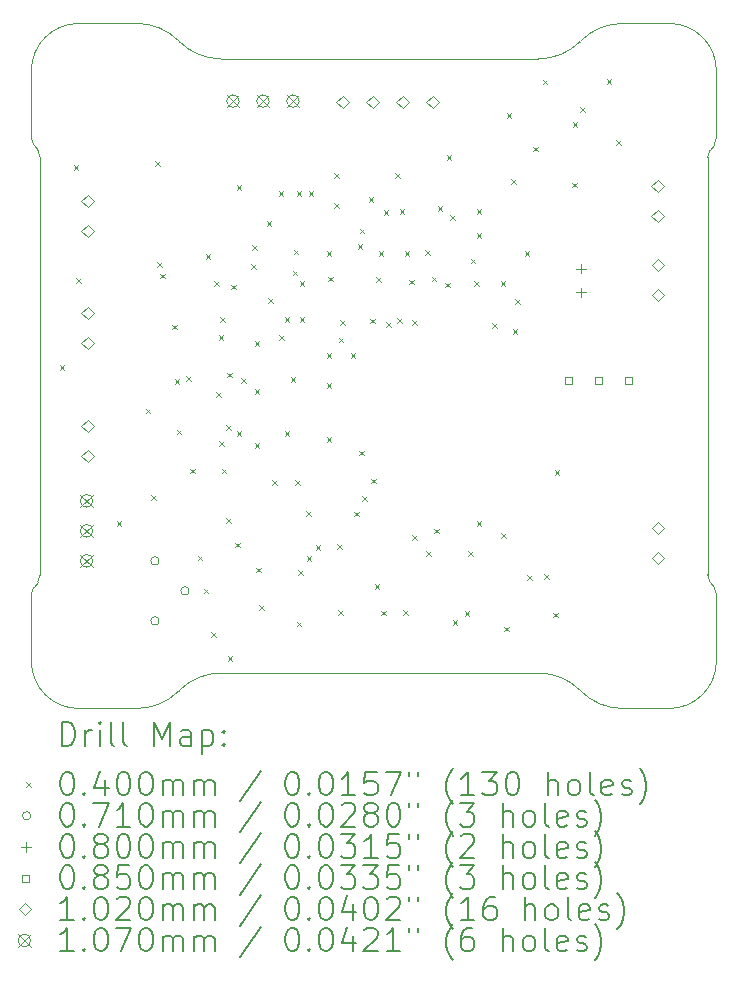
<source format=gbr>
%TF.GenerationSoftware,KiCad,Pcbnew,8.0.0*%
%TF.CreationDate,2024-06-23T16:30:49+02:00*%
%TF.ProjectId,TSAL,5453414c-2e6b-4696-9361-645f70636258,V2.1*%
%TF.SameCoordinates,Original*%
%TF.FileFunction,Drillmap*%
%TF.FilePolarity,Positive*%
%FSLAX45Y45*%
G04 Gerber Fmt 4.5, Leading zero omitted, Abs format (unit mm)*
G04 Created by KiCad (PCBNEW 8.0.0) date 2024-06-23 16:30:49*
%MOMM*%
%LPD*%
G01*
G04 APERTURE LIST*
%ADD10C,0.100000*%
%ADD11C,0.200000*%
%ADD12C,0.102000*%
%ADD13C,0.107000*%
G04 APERTURE END LIST*
D10*
X7682100Y-3711033D02*
G75*
G02*
X7702100Y-3771033I-80017J-60006D01*
G01*
X7627100Y-3037700D02*
G75*
G02*
X8027100Y-2637700I400000J0D01*
G01*
X7702100Y-7304367D02*
G75*
G02*
X7682100Y-7364367I-99980J-7D01*
G01*
X12280653Y-2784147D02*
G75*
G02*
X12634207Y-2637698I353557J-353553D01*
G01*
X11919993Y-8137700D02*
X9234207Y-8137700D01*
X8880653Y-8284147D02*
G75*
G02*
X9234207Y-8137700I353553J-353553D01*
G01*
X13407100Y-7411033D02*
G75*
G02*
X13427100Y-7471033I-80020J-60007D01*
G01*
X12273546Y-2791253D02*
G75*
G02*
X11919993Y-2937702I-353557J353553D01*
G01*
X8873547Y-8291253D02*
G75*
G02*
X8519993Y-8437700I-353553J353553D01*
G01*
X13027100Y-8437700D02*
X12634207Y-8437700D01*
X13427100Y-3037700D02*
X13427100Y-3604367D01*
X8027100Y-8437700D02*
G75*
G02*
X7627100Y-8037700I0J400000D01*
G01*
X12280653Y-8291253D02*
X12273547Y-8284147D01*
X8027100Y-2637700D02*
X8519993Y-2637700D01*
X7682100Y-3711033D02*
X7647100Y-3664367D01*
X9234207Y-2937700D02*
G75*
G02*
X8880653Y-2791253I-2J499996D01*
G01*
X13352100Y-3771033D02*
G75*
G02*
X13372098Y-3711032I100000J3D01*
G01*
X8873547Y-2784147D02*
X8880653Y-2791253D01*
X7627100Y-7471033D02*
G75*
G02*
X7647100Y-7411033I99980J7D01*
G01*
X12634207Y-2637700D02*
X13027100Y-2637700D01*
X7627100Y-3604367D02*
X7627100Y-3037700D01*
X9234207Y-2937700D02*
X11919993Y-2937700D01*
X13427100Y-3604367D02*
G75*
G02*
X13407098Y-3664365I-99980J-3D01*
G01*
X8880653Y-8284147D02*
X8873547Y-8291253D01*
X13352100Y-3771033D02*
X13352100Y-7304367D01*
X13427100Y-8037700D02*
G75*
G02*
X13027100Y-8437700I-400000J0D01*
G01*
X7647100Y-7411033D02*
X7682100Y-7364367D01*
X8519993Y-8437700D02*
X8027100Y-8437700D01*
X7627100Y-8037700D02*
X7627100Y-7471033D01*
X13372100Y-7364367D02*
X13407100Y-7411033D01*
X13407100Y-3664367D02*
X13372100Y-3711033D01*
X12634207Y-8437700D02*
G75*
G02*
X12280651Y-8291256I3J500020D01*
G01*
X7702100Y-7304367D02*
X7702100Y-3771033D01*
X13027100Y-2637700D02*
G75*
G02*
X13427100Y-3037700I0J-400000D01*
G01*
X13372100Y-7364367D02*
G75*
G02*
X13352100Y-7304367I80020J60007D01*
G01*
X11919993Y-8137700D02*
G75*
G02*
X12273547Y-8284146I2J-499996D01*
G01*
X13427100Y-7471033D02*
X13427100Y-8037700D01*
X8519993Y-2637700D02*
G75*
G02*
X8873547Y-2784147I2J-499996D01*
G01*
X7647100Y-3664367D02*
G75*
G02*
X7627100Y-3604367I80017J60006D01*
G01*
X12273547Y-2791253D02*
X12280653Y-2784147D01*
D11*
D10*
X7866700Y-5529900D02*
X7906700Y-5569900D01*
X7906700Y-5529900D02*
X7866700Y-5569900D01*
X7985810Y-3838395D02*
X8025810Y-3878395D01*
X8025810Y-3838395D02*
X7985810Y-3878395D01*
X8005650Y-4791700D02*
X8045650Y-4831700D01*
X8045650Y-4791700D02*
X8005650Y-4831700D01*
X8349300Y-6850700D02*
X8389300Y-6890700D01*
X8389300Y-6850700D02*
X8349300Y-6890700D01*
X8594350Y-5898200D02*
X8634350Y-5938200D01*
X8634350Y-5898200D02*
X8594350Y-5938200D01*
X8643940Y-6632260D02*
X8683940Y-6672260D01*
X8683940Y-6632260D02*
X8643940Y-6672260D01*
X8675050Y-3802700D02*
X8715050Y-3842700D01*
X8715050Y-3802700D02*
X8675050Y-3842700D01*
X8691568Y-4657643D02*
X8731568Y-4697643D01*
X8731568Y-4657643D02*
X8691568Y-4697643D01*
X8717600Y-4755200D02*
X8757600Y-4795200D01*
X8757600Y-4755200D02*
X8717600Y-4795200D01*
X8819200Y-5187000D02*
X8859200Y-5227000D01*
X8859200Y-5187000D02*
X8819200Y-5227000D01*
X8840836Y-5647318D02*
X8880836Y-5687318D01*
X8880836Y-5647318D02*
X8840836Y-5687318D01*
X8857300Y-6076000D02*
X8897300Y-6116000D01*
X8897300Y-6076000D02*
X8857300Y-6116000D01*
X8938132Y-5624437D02*
X8978132Y-5664437D01*
X8978132Y-5624437D02*
X8938132Y-5664437D01*
X8971600Y-6406200D02*
X9011600Y-6446200D01*
X9011600Y-6406200D02*
X8971600Y-6446200D01*
X9035100Y-7142800D02*
X9075100Y-7182800D01*
X9075100Y-7142800D02*
X9035100Y-7182800D01*
X9085900Y-7422200D02*
X9125900Y-7462200D01*
X9125900Y-7422200D02*
X9085900Y-7462200D01*
X9101695Y-4591645D02*
X9141695Y-4631645D01*
X9141695Y-4591645D02*
X9101695Y-4631645D01*
X9149400Y-7790500D02*
X9189400Y-7830500D01*
X9189400Y-7790500D02*
X9149400Y-7830500D01*
X9173150Y-4818700D02*
X9213150Y-4858700D01*
X9213150Y-4818700D02*
X9173150Y-4858700D01*
X9190200Y-5757984D02*
X9230200Y-5797984D01*
X9230200Y-5757984D02*
X9190200Y-5797984D01*
X9212900Y-5275900D02*
X9252900Y-5315900D01*
X9252900Y-5275900D02*
X9212900Y-5315900D01*
X9214334Y-6172506D02*
X9254334Y-6212506D01*
X9254334Y-6172506D02*
X9214334Y-6212506D01*
X9225600Y-5127250D02*
X9265600Y-5167250D01*
X9265600Y-5127250D02*
X9225600Y-5167250D01*
X9238300Y-6406200D02*
X9278300Y-6446200D01*
X9278300Y-6406200D02*
X9238300Y-6446200D01*
X9276400Y-6825300D02*
X9316400Y-6865300D01*
X9316400Y-6825300D02*
X9276400Y-6865300D01*
X9279060Y-6036404D02*
X9319060Y-6076404D01*
X9319060Y-6036404D02*
X9279060Y-6076404D01*
X9285350Y-5594250D02*
X9325350Y-5634250D01*
X9325350Y-5594250D02*
X9285350Y-5634250D01*
X9289100Y-7993700D02*
X9329100Y-8033700D01*
X9329100Y-7993700D02*
X9289100Y-8033700D01*
X9319770Y-4849200D02*
X9359770Y-4889200D01*
X9359770Y-4849200D02*
X9319770Y-4889200D01*
X9350060Y-7034700D02*
X9390060Y-7074700D01*
X9390060Y-7034700D02*
X9350060Y-7074700D01*
X9365300Y-4005900D02*
X9405300Y-4045900D01*
X9405300Y-4005900D02*
X9365300Y-4045900D01*
X9365300Y-6088700D02*
X9405300Y-6128700D01*
X9405300Y-6088700D02*
X9365300Y-6128700D01*
X9405150Y-5639250D02*
X9445150Y-5679250D01*
X9445150Y-5639250D02*
X9405150Y-5679250D01*
X9490103Y-4678157D02*
X9530103Y-4718157D01*
X9530103Y-4678157D02*
X9490103Y-4718157D01*
X9494265Y-4515648D02*
X9534265Y-4555648D01*
X9534265Y-4515648D02*
X9494265Y-4555648D01*
X9518050Y-5326700D02*
X9558050Y-5366700D01*
X9558050Y-5326700D02*
X9518050Y-5366700D01*
X9518050Y-5732344D02*
X9558050Y-5772344D01*
X9558050Y-5732344D02*
X9518050Y-5772344D01*
X9518050Y-6190300D02*
X9558050Y-6230300D01*
X9558050Y-6190300D02*
X9518050Y-6230300D01*
X9532940Y-7244400D02*
X9572940Y-7284400D01*
X9572940Y-7244400D02*
X9532940Y-7284400D01*
X9555800Y-7561900D02*
X9595800Y-7601900D01*
X9595800Y-7561900D02*
X9555800Y-7601900D01*
X9619300Y-4310700D02*
X9659300Y-4350700D01*
X9659300Y-4310700D02*
X9619300Y-4350700D01*
X9633090Y-4964100D02*
X9673090Y-5004100D01*
X9673090Y-4964100D02*
X9633090Y-5004100D01*
X9663273Y-6501927D02*
X9703273Y-6541927D01*
X9703273Y-6501927D02*
X9663273Y-6541927D01*
X9720900Y-4056700D02*
X9760900Y-4096700D01*
X9760900Y-4056700D02*
X9720900Y-4096700D01*
X9725387Y-5274019D02*
X9765387Y-5314019D01*
X9765387Y-5274019D02*
X9725387Y-5314019D01*
X9771700Y-5123500D02*
X9811700Y-5163500D01*
X9811700Y-5123500D02*
X9771700Y-5163500D01*
X9771700Y-6088700D02*
X9811700Y-6128700D01*
X9811700Y-6088700D02*
X9771700Y-6128700D01*
X9822500Y-5631500D02*
X9862500Y-5671500D01*
X9862500Y-5631500D02*
X9822500Y-5671500D01*
X9838550Y-4729800D02*
X9878550Y-4769800D01*
X9878550Y-4729800D02*
X9838550Y-4769800D01*
X9847900Y-4552000D02*
X9887900Y-4592000D01*
X9887900Y-4552000D02*
X9847900Y-4592000D01*
X9863140Y-6503880D02*
X9903140Y-6543880D01*
X9903140Y-6503880D02*
X9863140Y-6543880D01*
X9873300Y-4056650D02*
X9913300Y-4096650D01*
X9913300Y-4056650D02*
X9873300Y-4096650D01*
X9873300Y-7701600D02*
X9913300Y-7741600D01*
X9913300Y-7701600D02*
X9873300Y-7741600D01*
X9886430Y-7269370D02*
X9926430Y-7309370D01*
X9926430Y-7269370D02*
X9886430Y-7309370D01*
X9898700Y-4818700D02*
X9938700Y-4858700D01*
X9938700Y-4818700D02*
X9898700Y-4858700D01*
X9898700Y-5123500D02*
X9938700Y-5163500D01*
X9938700Y-5123500D02*
X9898700Y-5163500D01*
X9954580Y-6766880D02*
X9994580Y-6806880D01*
X9994580Y-6766880D02*
X9954580Y-6806880D01*
X9958930Y-7145340D02*
X9998930Y-7185340D01*
X9998930Y-7145340D02*
X9958930Y-7185340D01*
X9974900Y-4056700D02*
X10014900Y-4096700D01*
X10014900Y-4056700D02*
X9974900Y-4096700D01*
X10033320Y-7056440D02*
X10073320Y-7096440D01*
X10073320Y-7056440D02*
X10033320Y-7096440D01*
X10127300Y-4564700D02*
X10167300Y-4604700D01*
X10167300Y-4564700D02*
X10127300Y-4604700D01*
X10127300Y-5427250D02*
X10167300Y-5467250D01*
X10167300Y-5427250D02*
X10127300Y-5467250D01*
X10127300Y-5682300D02*
X10167300Y-5722300D01*
X10167300Y-5682300D02*
X10127300Y-5722300D01*
X10127300Y-6139500D02*
X10167300Y-6179500D01*
X10167300Y-6139500D02*
X10127300Y-6179500D01*
X10140000Y-4780600D02*
X10180000Y-4820600D01*
X10180000Y-4780600D02*
X10140000Y-4820600D01*
X10188550Y-3904866D02*
X10228550Y-3944866D01*
X10228550Y-3904866D02*
X10188550Y-3944866D01*
X10188550Y-4158300D02*
X10228550Y-4198300D01*
X10228550Y-4158300D02*
X10188550Y-4198300D01*
X10213660Y-7048820D02*
X10253660Y-7088820D01*
X10253660Y-7048820D02*
X10213660Y-7088820D01*
X10223820Y-7605080D02*
X10263820Y-7645080D01*
X10263820Y-7605080D02*
X10223820Y-7645080D01*
X10228900Y-5297550D02*
X10268900Y-5337550D01*
X10268900Y-5297550D02*
X10228900Y-5337550D01*
X10241600Y-5148900D02*
X10281600Y-5188900D01*
X10281600Y-5148900D02*
X10241600Y-5188900D01*
X10331050Y-5428300D02*
X10371050Y-5468300D01*
X10371050Y-5428300D02*
X10331050Y-5468300D01*
X10361889Y-6770750D02*
X10401889Y-6810750D01*
X10401889Y-6770750D02*
X10361889Y-6810750D01*
X10389810Y-4505012D02*
X10429810Y-4545012D01*
X10429810Y-4505012D02*
X10389810Y-4545012D01*
X10404973Y-6255616D02*
X10444973Y-6295616D01*
X10444973Y-6255616D02*
X10404973Y-6295616D01*
X10406700Y-4374200D02*
X10446700Y-4414200D01*
X10446700Y-4374200D02*
X10406700Y-4414200D01*
X10429560Y-6637340D02*
X10469560Y-6677340D01*
X10469560Y-6637340D02*
X10429560Y-6677340D01*
X10482900Y-4107500D02*
X10522900Y-4147500D01*
X10522900Y-4107500D02*
X10482900Y-4147500D01*
X10495600Y-5136200D02*
X10535600Y-5176200D01*
X10535600Y-5136200D02*
X10495600Y-5176200D01*
X10505760Y-6492560D02*
X10545760Y-6532560D01*
X10545760Y-6492560D02*
X10505760Y-6532560D01*
X10533700Y-7384100D02*
X10573700Y-7424100D01*
X10573700Y-7384100D02*
X10533700Y-7424100D01*
X10543860Y-4788220D02*
X10583860Y-4828220D01*
X10583860Y-4788220D02*
X10543860Y-4828220D01*
X10566720Y-4564700D02*
X10606720Y-4604700D01*
X10606720Y-4564700D02*
X10566720Y-4604700D01*
X10587040Y-7610160D02*
X10627040Y-7650160D01*
X10627040Y-7610160D02*
X10587040Y-7650160D01*
X10609900Y-4219260D02*
X10649900Y-4259260D01*
X10649900Y-4219260D02*
X10609900Y-4259260D01*
X10630099Y-5167179D02*
X10670099Y-5207179D01*
X10670099Y-5167179D02*
X10630099Y-5207179D01*
X10707750Y-3904300D02*
X10747750Y-3944300D01*
X10747750Y-3904300D02*
X10707750Y-3944300D01*
X10723320Y-5131125D02*
X10763320Y-5171125D01*
X10763320Y-5131125D02*
X10723320Y-5171125D01*
X10744520Y-4209100D02*
X10784520Y-4249100D01*
X10784520Y-4209100D02*
X10744520Y-4249100D01*
X10772460Y-7607620D02*
X10812460Y-7647620D01*
X10812460Y-7607620D02*
X10772460Y-7647620D01*
X10787700Y-4564700D02*
X10827700Y-4604700D01*
X10827700Y-4564700D02*
X10787700Y-4604700D01*
X10825800Y-4806000D02*
X10865800Y-4846000D01*
X10865800Y-4806000D02*
X10825800Y-4846000D01*
X10850770Y-5152650D02*
X10890770Y-5192650D01*
X10890770Y-5152650D02*
X10850770Y-5192650D01*
X10851200Y-6967450D02*
X10891200Y-7007450D01*
X10891200Y-6967450D02*
X10851200Y-7007450D01*
X10959039Y-4558462D02*
X10999039Y-4598462D01*
X10999039Y-4558462D02*
X10959039Y-4598462D01*
X10971850Y-7104700D02*
X11011850Y-7144700D01*
X11011850Y-7104700D02*
X10971850Y-7144700D01*
X11016300Y-4780600D02*
X11056300Y-4820600D01*
X11056300Y-4780600D02*
X11016300Y-4820600D01*
X11035350Y-6914200D02*
X11075350Y-6954200D01*
X11075350Y-6914200D02*
X11035350Y-6954200D01*
X11067100Y-4183700D02*
X11107100Y-4223700D01*
X11107100Y-4183700D02*
X11067100Y-4223700D01*
X11130600Y-4832981D02*
X11170600Y-4872981D01*
X11170600Y-4832981D02*
X11130600Y-4872981D01*
X11143300Y-3751900D02*
X11183300Y-3791900D01*
X11183300Y-3751900D02*
X11143300Y-3791900D01*
X11173150Y-4259900D02*
X11213150Y-4299900D01*
X11213150Y-4259900D02*
X11173150Y-4299900D01*
X11194100Y-7688900D02*
X11234100Y-7728900D01*
X11234100Y-7688900D02*
X11194100Y-7728900D01*
X11295700Y-7612700D02*
X11335700Y-7652700D01*
X11335700Y-7612700D02*
X11295700Y-7652700D01*
X11325550Y-7104700D02*
X11365550Y-7144700D01*
X11365550Y-7104700D02*
X11325550Y-7144700D01*
X11346500Y-4629645D02*
X11386500Y-4669645D01*
X11386500Y-4629645D02*
X11346500Y-4669645D01*
X11375650Y-4818700D02*
X11415650Y-4858700D01*
X11415650Y-4818700D02*
X11375650Y-4858700D01*
X11396870Y-6850270D02*
X11436870Y-6890270D01*
X11436870Y-6850270D02*
X11396870Y-6890270D01*
X11397300Y-4209100D02*
X11437300Y-4249100D01*
X11437300Y-4209100D02*
X11397300Y-4249100D01*
X11397300Y-4412300D02*
X11437300Y-4452300D01*
X11437300Y-4412300D02*
X11397300Y-4452300D01*
X11525692Y-5177619D02*
X11565692Y-5217619D01*
X11565692Y-5177619D02*
X11525692Y-5217619D01*
X11600500Y-4818700D02*
X11640500Y-4858700D01*
X11640500Y-4818700D02*
X11600500Y-4858700D01*
X11603632Y-6954388D02*
X11643632Y-6994388D01*
X11643632Y-6954388D02*
X11603632Y-6994388D01*
X11628440Y-7744780D02*
X11668440Y-7784780D01*
X11668440Y-7744780D02*
X11628440Y-7784780D01*
X11651300Y-3396300D02*
X11691300Y-3436300D01*
X11691300Y-3396300D02*
X11651300Y-3436300D01*
X11689400Y-3955100D02*
X11729400Y-3995100D01*
X11729400Y-3955100D02*
X11689400Y-3995100D01*
X11702530Y-5225530D02*
X11742530Y-5265530D01*
X11742530Y-5225530D02*
X11702530Y-5265530D01*
X11725050Y-4971100D02*
X11765050Y-5011100D01*
X11765050Y-4971100D02*
X11725050Y-5011100D01*
X11803700Y-4564700D02*
X11843700Y-4604700D01*
X11843700Y-4564700D02*
X11803700Y-4604700D01*
X11826560Y-7307900D02*
X11866560Y-7347900D01*
X11866560Y-7307900D02*
X11826560Y-7347900D01*
X11874820Y-3680780D02*
X11914820Y-3720780D01*
X11914820Y-3680780D02*
X11874820Y-3720780D01*
X11956100Y-3113150D02*
X11996100Y-3153150D01*
X11996100Y-3113150D02*
X11956100Y-3153150D01*
X11971340Y-7297740D02*
X12011340Y-7337740D01*
X12011340Y-7297740D02*
X11971340Y-7337740D01*
X12045000Y-7625400D02*
X12085000Y-7665400D01*
X12085000Y-7625400D02*
X12045000Y-7665400D01*
X12057700Y-6418900D02*
X12097700Y-6458900D01*
X12097700Y-6418900D02*
X12057700Y-6458900D01*
X12205080Y-3985580D02*
X12245080Y-4025580D01*
X12245080Y-3985580D02*
X12205080Y-4025580D01*
X12210100Y-3473950D02*
X12250100Y-3513950D01*
X12250100Y-3473950D02*
X12210100Y-3513950D01*
X12273600Y-3346950D02*
X12313600Y-3386950D01*
X12313600Y-3346950D02*
X12273600Y-3386950D01*
X12497120Y-3106740D02*
X12537120Y-3146740D01*
X12537120Y-3106740D02*
X12497120Y-3146740D01*
X12578400Y-3624900D02*
X12618400Y-3664900D01*
X12618400Y-3624900D02*
X12578400Y-3664900D01*
X8709100Y-7188200D02*
G75*
G02*
X8638100Y-7188200I-35500J0D01*
G01*
X8638100Y-7188200D02*
G75*
G02*
X8709100Y-7188200I35500J0D01*
G01*
X8709100Y-7696200D02*
G75*
G02*
X8638100Y-7696200I-35500J0D01*
G01*
X8638100Y-7696200D02*
G75*
G02*
X8709100Y-7696200I35500J0D01*
G01*
X8963100Y-7442200D02*
G75*
G02*
X8892100Y-7442200I-35500J0D01*
G01*
X8892100Y-7442200D02*
G75*
G02*
X8963100Y-7442200I35500J0D01*
G01*
X12281612Y-4673920D02*
X12281612Y-4753920D01*
X12241612Y-4713920D02*
X12321612Y-4713920D01*
X12281612Y-4873920D02*
X12281612Y-4953920D01*
X12241612Y-4913920D02*
X12321612Y-4913920D01*
X12208384Y-5694252D02*
X12208384Y-5634148D01*
X12148280Y-5634148D01*
X12148280Y-5694252D01*
X12208384Y-5694252D01*
X12462384Y-5694252D02*
X12462384Y-5634148D01*
X12402280Y-5634148D01*
X12402280Y-5694252D01*
X12462384Y-5694252D01*
X12716384Y-5694252D02*
X12716384Y-5634148D01*
X12656280Y-5634148D01*
X12656280Y-5694252D01*
X12716384Y-5694252D01*
D12*
X8102600Y-4191200D02*
X8153600Y-4140200D01*
X8102600Y-4089200D01*
X8051600Y-4140200D01*
X8102600Y-4191200D01*
X8102600Y-4445200D02*
X8153600Y-4394200D01*
X8102600Y-4343200D01*
X8051600Y-4394200D01*
X8102600Y-4445200D01*
X8102600Y-5143700D02*
X8153600Y-5092700D01*
X8102600Y-5041700D01*
X8051600Y-5092700D01*
X8102600Y-5143700D01*
X8102600Y-5397700D02*
X8153600Y-5346700D01*
X8102600Y-5295700D01*
X8051600Y-5346700D01*
X8102600Y-5397700D01*
X8102600Y-6096200D02*
X8153600Y-6045200D01*
X8102600Y-5994200D01*
X8051600Y-6045200D01*
X8102600Y-6096200D01*
X8102600Y-6350200D02*
X8153600Y-6299200D01*
X8102600Y-6248200D01*
X8051600Y-6299200D01*
X8102600Y-6350200D01*
X10261600Y-3353968D02*
X10312600Y-3302968D01*
X10261600Y-3251968D01*
X10210600Y-3302968D01*
X10261600Y-3353968D01*
X10515600Y-3353968D02*
X10566600Y-3302968D01*
X10515600Y-3251968D01*
X10464600Y-3302968D01*
X10515600Y-3353968D01*
X10769600Y-3353968D02*
X10820600Y-3302968D01*
X10769600Y-3251968D01*
X10718600Y-3302968D01*
X10769600Y-3353968D01*
X11023600Y-3353968D02*
X11074600Y-3302968D01*
X11023600Y-3251968D01*
X10972600Y-3302968D01*
X11023600Y-3353968D01*
X12928600Y-4064200D02*
X12979600Y-4013200D01*
X12928600Y-3962200D01*
X12877600Y-4013200D01*
X12928600Y-4064200D01*
X12928600Y-4318200D02*
X12979600Y-4267200D01*
X12928600Y-4216200D01*
X12877600Y-4267200D01*
X12928600Y-4318200D01*
X12936100Y-4735700D02*
X12987100Y-4684700D01*
X12936100Y-4633700D01*
X12885100Y-4684700D01*
X12936100Y-4735700D01*
X12936100Y-4989700D02*
X12987100Y-4938700D01*
X12936100Y-4887700D01*
X12885100Y-4938700D01*
X12936100Y-4989700D01*
X12936100Y-6958200D02*
X12987100Y-6907200D01*
X12936100Y-6856200D01*
X12885100Y-6907200D01*
X12936100Y-6958200D01*
X12936100Y-7212200D02*
X12987100Y-7161200D01*
X12936100Y-7110200D01*
X12885100Y-7161200D01*
X12936100Y-7212200D01*
D13*
X8041600Y-6626700D02*
X8148600Y-6733700D01*
X8148600Y-6626700D02*
X8041600Y-6733700D01*
X8148600Y-6680200D02*
G75*
G02*
X8041600Y-6680200I-53500J0D01*
G01*
X8041600Y-6680200D02*
G75*
G02*
X8148600Y-6680200I53500J0D01*
G01*
X8041600Y-6880700D02*
X8148600Y-6987700D01*
X8148600Y-6880700D02*
X8041600Y-6987700D01*
X8148600Y-6934200D02*
G75*
G02*
X8041600Y-6934200I-53500J0D01*
G01*
X8041600Y-6934200D02*
G75*
G02*
X8148600Y-6934200I53500J0D01*
G01*
X8041600Y-7134700D02*
X8148600Y-7241700D01*
X8148600Y-7134700D02*
X8041600Y-7241700D01*
X8148600Y-7188200D02*
G75*
G02*
X8041600Y-7188200I-53500J0D01*
G01*
X8041600Y-7188200D02*
G75*
G02*
X8148600Y-7188200I53500J0D01*
G01*
X9280100Y-3241968D02*
X9387100Y-3348968D01*
X9387100Y-3241968D02*
X9280100Y-3348968D01*
X9387100Y-3295468D02*
G75*
G02*
X9280100Y-3295468I-53500J0D01*
G01*
X9280100Y-3295468D02*
G75*
G02*
X9387100Y-3295468I53500J0D01*
G01*
X9534100Y-3241968D02*
X9641100Y-3348968D01*
X9641100Y-3241968D02*
X9534100Y-3348968D01*
X9641100Y-3295468D02*
G75*
G02*
X9534100Y-3295468I-53500J0D01*
G01*
X9534100Y-3295468D02*
G75*
G02*
X9641100Y-3295468I53500J0D01*
G01*
X9788100Y-3241968D02*
X9895100Y-3348968D01*
X9895100Y-3241968D02*
X9788100Y-3348968D01*
X9895100Y-3295468D02*
G75*
G02*
X9788100Y-3295468I-53500J0D01*
G01*
X9788100Y-3295468D02*
G75*
G02*
X9895100Y-3295468I53500J0D01*
G01*
D11*
X7882877Y-8754184D02*
X7882877Y-8554184D01*
X7882877Y-8554184D02*
X7930496Y-8554184D01*
X7930496Y-8554184D02*
X7959067Y-8563708D01*
X7959067Y-8563708D02*
X7978115Y-8582755D01*
X7978115Y-8582755D02*
X7987639Y-8601803D01*
X7987639Y-8601803D02*
X7997162Y-8639898D01*
X7997162Y-8639898D02*
X7997162Y-8668470D01*
X7997162Y-8668470D02*
X7987639Y-8706565D01*
X7987639Y-8706565D02*
X7978115Y-8725612D01*
X7978115Y-8725612D02*
X7959067Y-8744660D01*
X7959067Y-8744660D02*
X7930496Y-8754184D01*
X7930496Y-8754184D02*
X7882877Y-8754184D01*
X8082877Y-8754184D02*
X8082877Y-8620850D01*
X8082877Y-8658946D02*
X8092401Y-8639898D01*
X8092401Y-8639898D02*
X8101924Y-8630374D01*
X8101924Y-8630374D02*
X8120972Y-8620850D01*
X8120972Y-8620850D02*
X8140020Y-8620850D01*
X8206686Y-8754184D02*
X8206686Y-8620850D01*
X8206686Y-8554184D02*
X8197162Y-8563708D01*
X8197162Y-8563708D02*
X8206686Y-8573231D01*
X8206686Y-8573231D02*
X8216210Y-8563708D01*
X8216210Y-8563708D02*
X8206686Y-8554184D01*
X8206686Y-8554184D02*
X8206686Y-8573231D01*
X8330496Y-8754184D02*
X8311448Y-8744660D01*
X8311448Y-8744660D02*
X8301924Y-8725612D01*
X8301924Y-8725612D02*
X8301924Y-8554184D01*
X8435258Y-8754184D02*
X8416210Y-8744660D01*
X8416210Y-8744660D02*
X8406686Y-8725612D01*
X8406686Y-8725612D02*
X8406686Y-8554184D01*
X8663829Y-8754184D02*
X8663829Y-8554184D01*
X8663829Y-8554184D02*
X8730496Y-8697041D01*
X8730496Y-8697041D02*
X8797163Y-8554184D01*
X8797163Y-8554184D02*
X8797163Y-8754184D01*
X8978115Y-8754184D02*
X8978115Y-8649422D01*
X8978115Y-8649422D02*
X8968591Y-8630374D01*
X8968591Y-8630374D02*
X8949544Y-8620850D01*
X8949544Y-8620850D02*
X8911448Y-8620850D01*
X8911448Y-8620850D02*
X8892401Y-8630374D01*
X8978115Y-8744660D02*
X8959067Y-8754184D01*
X8959067Y-8754184D02*
X8911448Y-8754184D01*
X8911448Y-8754184D02*
X8892401Y-8744660D01*
X8892401Y-8744660D02*
X8882877Y-8725612D01*
X8882877Y-8725612D02*
X8882877Y-8706565D01*
X8882877Y-8706565D02*
X8892401Y-8687517D01*
X8892401Y-8687517D02*
X8911448Y-8677993D01*
X8911448Y-8677993D02*
X8959067Y-8677993D01*
X8959067Y-8677993D02*
X8978115Y-8668470D01*
X9073353Y-8620850D02*
X9073353Y-8820850D01*
X9073353Y-8630374D02*
X9092401Y-8620850D01*
X9092401Y-8620850D02*
X9130496Y-8620850D01*
X9130496Y-8620850D02*
X9149544Y-8630374D01*
X9149544Y-8630374D02*
X9159067Y-8639898D01*
X9159067Y-8639898D02*
X9168591Y-8658946D01*
X9168591Y-8658946D02*
X9168591Y-8716089D01*
X9168591Y-8716089D02*
X9159067Y-8735136D01*
X9159067Y-8735136D02*
X9149544Y-8744660D01*
X9149544Y-8744660D02*
X9130496Y-8754184D01*
X9130496Y-8754184D02*
X9092401Y-8754184D01*
X9092401Y-8754184D02*
X9073353Y-8744660D01*
X9254305Y-8735136D02*
X9263829Y-8744660D01*
X9263829Y-8744660D02*
X9254305Y-8754184D01*
X9254305Y-8754184D02*
X9244782Y-8744660D01*
X9244782Y-8744660D02*
X9254305Y-8735136D01*
X9254305Y-8735136D02*
X9254305Y-8754184D01*
X9254305Y-8630374D02*
X9263829Y-8639898D01*
X9263829Y-8639898D02*
X9254305Y-8649422D01*
X9254305Y-8649422D02*
X9244782Y-8639898D01*
X9244782Y-8639898D02*
X9254305Y-8630374D01*
X9254305Y-8630374D02*
X9254305Y-8649422D01*
D10*
X7582100Y-9062700D02*
X7622100Y-9102700D01*
X7622100Y-9062700D02*
X7582100Y-9102700D01*
D11*
X7920972Y-8974184D02*
X7940020Y-8974184D01*
X7940020Y-8974184D02*
X7959067Y-8983708D01*
X7959067Y-8983708D02*
X7968591Y-8993231D01*
X7968591Y-8993231D02*
X7978115Y-9012279D01*
X7978115Y-9012279D02*
X7987639Y-9050374D01*
X7987639Y-9050374D02*
X7987639Y-9097993D01*
X7987639Y-9097993D02*
X7978115Y-9136089D01*
X7978115Y-9136089D02*
X7968591Y-9155136D01*
X7968591Y-9155136D02*
X7959067Y-9164660D01*
X7959067Y-9164660D02*
X7940020Y-9174184D01*
X7940020Y-9174184D02*
X7920972Y-9174184D01*
X7920972Y-9174184D02*
X7901924Y-9164660D01*
X7901924Y-9164660D02*
X7892401Y-9155136D01*
X7892401Y-9155136D02*
X7882877Y-9136089D01*
X7882877Y-9136089D02*
X7873353Y-9097993D01*
X7873353Y-9097993D02*
X7873353Y-9050374D01*
X7873353Y-9050374D02*
X7882877Y-9012279D01*
X7882877Y-9012279D02*
X7892401Y-8993231D01*
X7892401Y-8993231D02*
X7901924Y-8983708D01*
X7901924Y-8983708D02*
X7920972Y-8974184D01*
X8073353Y-9155136D02*
X8082877Y-9164660D01*
X8082877Y-9164660D02*
X8073353Y-9174184D01*
X8073353Y-9174184D02*
X8063829Y-9164660D01*
X8063829Y-9164660D02*
X8073353Y-9155136D01*
X8073353Y-9155136D02*
X8073353Y-9174184D01*
X8254305Y-9040850D02*
X8254305Y-9174184D01*
X8206686Y-8964660D02*
X8159067Y-9107517D01*
X8159067Y-9107517D02*
X8282877Y-9107517D01*
X8397163Y-8974184D02*
X8416210Y-8974184D01*
X8416210Y-8974184D02*
X8435258Y-8983708D01*
X8435258Y-8983708D02*
X8444782Y-8993231D01*
X8444782Y-8993231D02*
X8454305Y-9012279D01*
X8454305Y-9012279D02*
X8463829Y-9050374D01*
X8463829Y-9050374D02*
X8463829Y-9097993D01*
X8463829Y-9097993D02*
X8454305Y-9136089D01*
X8454305Y-9136089D02*
X8444782Y-9155136D01*
X8444782Y-9155136D02*
X8435258Y-9164660D01*
X8435258Y-9164660D02*
X8416210Y-9174184D01*
X8416210Y-9174184D02*
X8397163Y-9174184D01*
X8397163Y-9174184D02*
X8378115Y-9164660D01*
X8378115Y-9164660D02*
X8368591Y-9155136D01*
X8368591Y-9155136D02*
X8359067Y-9136089D01*
X8359067Y-9136089D02*
X8349543Y-9097993D01*
X8349543Y-9097993D02*
X8349543Y-9050374D01*
X8349543Y-9050374D02*
X8359067Y-9012279D01*
X8359067Y-9012279D02*
X8368591Y-8993231D01*
X8368591Y-8993231D02*
X8378115Y-8983708D01*
X8378115Y-8983708D02*
X8397163Y-8974184D01*
X8587639Y-8974184D02*
X8606686Y-8974184D01*
X8606686Y-8974184D02*
X8625734Y-8983708D01*
X8625734Y-8983708D02*
X8635258Y-8993231D01*
X8635258Y-8993231D02*
X8644782Y-9012279D01*
X8644782Y-9012279D02*
X8654305Y-9050374D01*
X8654305Y-9050374D02*
X8654305Y-9097993D01*
X8654305Y-9097993D02*
X8644782Y-9136089D01*
X8644782Y-9136089D02*
X8635258Y-9155136D01*
X8635258Y-9155136D02*
X8625734Y-9164660D01*
X8625734Y-9164660D02*
X8606686Y-9174184D01*
X8606686Y-9174184D02*
X8587639Y-9174184D01*
X8587639Y-9174184D02*
X8568591Y-9164660D01*
X8568591Y-9164660D02*
X8559067Y-9155136D01*
X8559067Y-9155136D02*
X8549544Y-9136089D01*
X8549544Y-9136089D02*
X8540020Y-9097993D01*
X8540020Y-9097993D02*
X8540020Y-9050374D01*
X8540020Y-9050374D02*
X8549544Y-9012279D01*
X8549544Y-9012279D02*
X8559067Y-8993231D01*
X8559067Y-8993231D02*
X8568591Y-8983708D01*
X8568591Y-8983708D02*
X8587639Y-8974184D01*
X8740020Y-9174184D02*
X8740020Y-9040850D01*
X8740020Y-9059898D02*
X8749544Y-9050374D01*
X8749544Y-9050374D02*
X8768591Y-9040850D01*
X8768591Y-9040850D02*
X8797163Y-9040850D01*
X8797163Y-9040850D02*
X8816210Y-9050374D01*
X8816210Y-9050374D02*
X8825734Y-9069422D01*
X8825734Y-9069422D02*
X8825734Y-9174184D01*
X8825734Y-9069422D02*
X8835258Y-9050374D01*
X8835258Y-9050374D02*
X8854305Y-9040850D01*
X8854305Y-9040850D02*
X8882877Y-9040850D01*
X8882877Y-9040850D02*
X8901925Y-9050374D01*
X8901925Y-9050374D02*
X8911448Y-9069422D01*
X8911448Y-9069422D02*
X8911448Y-9174184D01*
X9006686Y-9174184D02*
X9006686Y-9040850D01*
X9006686Y-9059898D02*
X9016210Y-9050374D01*
X9016210Y-9050374D02*
X9035258Y-9040850D01*
X9035258Y-9040850D02*
X9063829Y-9040850D01*
X9063829Y-9040850D02*
X9082877Y-9050374D01*
X9082877Y-9050374D02*
X9092401Y-9069422D01*
X9092401Y-9069422D02*
X9092401Y-9174184D01*
X9092401Y-9069422D02*
X9101925Y-9050374D01*
X9101925Y-9050374D02*
X9120972Y-9040850D01*
X9120972Y-9040850D02*
X9149544Y-9040850D01*
X9149544Y-9040850D02*
X9168591Y-9050374D01*
X9168591Y-9050374D02*
X9178115Y-9069422D01*
X9178115Y-9069422D02*
X9178115Y-9174184D01*
X9568591Y-8964660D02*
X9397163Y-9221803D01*
X9825734Y-8974184D02*
X9844782Y-8974184D01*
X9844782Y-8974184D02*
X9863829Y-8983708D01*
X9863829Y-8983708D02*
X9873353Y-8993231D01*
X9873353Y-8993231D02*
X9882877Y-9012279D01*
X9882877Y-9012279D02*
X9892401Y-9050374D01*
X9892401Y-9050374D02*
X9892401Y-9097993D01*
X9892401Y-9097993D02*
X9882877Y-9136089D01*
X9882877Y-9136089D02*
X9873353Y-9155136D01*
X9873353Y-9155136D02*
X9863829Y-9164660D01*
X9863829Y-9164660D02*
X9844782Y-9174184D01*
X9844782Y-9174184D02*
X9825734Y-9174184D01*
X9825734Y-9174184D02*
X9806687Y-9164660D01*
X9806687Y-9164660D02*
X9797163Y-9155136D01*
X9797163Y-9155136D02*
X9787639Y-9136089D01*
X9787639Y-9136089D02*
X9778115Y-9097993D01*
X9778115Y-9097993D02*
X9778115Y-9050374D01*
X9778115Y-9050374D02*
X9787639Y-9012279D01*
X9787639Y-9012279D02*
X9797163Y-8993231D01*
X9797163Y-8993231D02*
X9806687Y-8983708D01*
X9806687Y-8983708D02*
X9825734Y-8974184D01*
X9978115Y-9155136D02*
X9987639Y-9164660D01*
X9987639Y-9164660D02*
X9978115Y-9174184D01*
X9978115Y-9174184D02*
X9968591Y-9164660D01*
X9968591Y-9164660D02*
X9978115Y-9155136D01*
X9978115Y-9155136D02*
X9978115Y-9174184D01*
X10111448Y-8974184D02*
X10130496Y-8974184D01*
X10130496Y-8974184D02*
X10149544Y-8983708D01*
X10149544Y-8983708D02*
X10159068Y-8993231D01*
X10159068Y-8993231D02*
X10168591Y-9012279D01*
X10168591Y-9012279D02*
X10178115Y-9050374D01*
X10178115Y-9050374D02*
X10178115Y-9097993D01*
X10178115Y-9097993D02*
X10168591Y-9136089D01*
X10168591Y-9136089D02*
X10159068Y-9155136D01*
X10159068Y-9155136D02*
X10149544Y-9164660D01*
X10149544Y-9164660D02*
X10130496Y-9174184D01*
X10130496Y-9174184D02*
X10111448Y-9174184D01*
X10111448Y-9174184D02*
X10092401Y-9164660D01*
X10092401Y-9164660D02*
X10082877Y-9155136D01*
X10082877Y-9155136D02*
X10073353Y-9136089D01*
X10073353Y-9136089D02*
X10063829Y-9097993D01*
X10063829Y-9097993D02*
X10063829Y-9050374D01*
X10063829Y-9050374D02*
X10073353Y-9012279D01*
X10073353Y-9012279D02*
X10082877Y-8993231D01*
X10082877Y-8993231D02*
X10092401Y-8983708D01*
X10092401Y-8983708D02*
X10111448Y-8974184D01*
X10368591Y-9174184D02*
X10254306Y-9174184D01*
X10311448Y-9174184D02*
X10311448Y-8974184D01*
X10311448Y-8974184D02*
X10292401Y-9002755D01*
X10292401Y-9002755D02*
X10273353Y-9021803D01*
X10273353Y-9021803D02*
X10254306Y-9031327D01*
X10549544Y-8974184D02*
X10454306Y-8974184D01*
X10454306Y-8974184D02*
X10444782Y-9069422D01*
X10444782Y-9069422D02*
X10454306Y-9059898D01*
X10454306Y-9059898D02*
X10473353Y-9050374D01*
X10473353Y-9050374D02*
X10520972Y-9050374D01*
X10520972Y-9050374D02*
X10540020Y-9059898D01*
X10540020Y-9059898D02*
X10549544Y-9069422D01*
X10549544Y-9069422D02*
X10559068Y-9088470D01*
X10559068Y-9088470D02*
X10559068Y-9136089D01*
X10559068Y-9136089D02*
X10549544Y-9155136D01*
X10549544Y-9155136D02*
X10540020Y-9164660D01*
X10540020Y-9164660D02*
X10520972Y-9174184D01*
X10520972Y-9174184D02*
X10473353Y-9174184D01*
X10473353Y-9174184D02*
X10454306Y-9164660D01*
X10454306Y-9164660D02*
X10444782Y-9155136D01*
X10625734Y-8974184D02*
X10759068Y-8974184D01*
X10759068Y-8974184D02*
X10673353Y-9174184D01*
X10825734Y-8974184D02*
X10825734Y-9012279D01*
X10901925Y-8974184D02*
X10901925Y-9012279D01*
X11197163Y-9250374D02*
X11187639Y-9240850D01*
X11187639Y-9240850D02*
X11168591Y-9212279D01*
X11168591Y-9212279D02*
X11159068Y-9193231D01*
X11159068Y-9193231D02*
X11149544Y-9164660D01*
X11149544Y-9164660D02*
X11140020Y-9117041D01*
X11140020Y-9117041D02*
X11140020Y-9078946D01*
X11140020Y-9078946D02*
X11149544Y-9031327D01*
X11149544Y-9031327D02*
X11159068Y-9002755D01*
X11159068Y-9002755D02*
X11168591Y-8983708D01*
X11168591Y-8983708D02*
X11187639Y-8955136D01*
X11187639Y-8955136D02*
X11197163Y-8945612D01*
X11378115Y-9174184D02*
X11263829Y-9174184D01*
X11320972Y-9174184D02*
X11320972Y-8974184D01*
X11320972Y-8974184D02*
X11301925Y-9002755D01*
X11301925Y-9002755D02*
X11282877Y-9021803D01*
X11282877Y-9021803D02*
X11263829Y-9031327D01*
X11444782Y-8974184D02*
X11568591Y-8974184D01*
X11568591Y-8974184D02*
X11501925Y-9050374D01*
X11501925Y-9050374D02*
X11530496Y-9050374D01*
X11530496Y-9050374D02*
X11549544Y-9059898D01*
X11549544Y-9059898D02*
X11559068Y-9069422D01*
X11559068Y-9069422D02*
X11568591Y-9088470D01*
X11568591Y-9088470D02*
X11568591Y-9136089D01*
X11568591Y-9136089D02*
X11559068Y-9155136D01*
X11559068Y-9155136D02*
X11549544Y-9164660D01*
X11549544Y-9164660D02*
X11530496Y-9174184D01*
X11530496Y-9174184D02*
X11473353Y-9174184D01*
X11473353Y-9174184D02*
X11454306Y-9164660D01*
X11454306Y-9164660D02*
X11444782Y-9155136D01*
X11692401Y-8974184D02*
X11711449Y-8974184D01*
X11711449Y-8974184D02*
X11730496Y-8983708D01*
X11730496Y-8983708D02*
X11740020Y-8993231D01*
X11740020Y-8993231D02*
X11749544Y-9012279D01*
X11749544Y-9012279D02*
X11759068Y-9050374D01*
X11759068Y-9050374D02*
X11759068Y-9097993D01*
X11759068Y-9097993D02*
X11749544Y-9136089D01*
X11749544Y-9136089D02*
X11740020Y-9155136D01*
X11740020Y-9155136D02*
X11730496Y-9164660D01*
X11730496Y-9164660D02*
X11711449Y-9174184D01*
X11711449Y-9174184D02*
X11692401Y-9174184D01*
X11692401Y-9174184D02*
X11673353Y-9164660D01*
X11673353Y-9164660D02*
X11663829Y-9155136D01*
X11663829Y-9155136D02*
X11654306Y-9136089D01*
X11654306Y-9136089D02*
X11644782Y-9097993D01*
X11644782Y-9097993D02*
X11644782Y-9050374D01*
X11644782Y-9050374D02*
X11654306Y-9012279D01*
X11654306Y-9012279D02*
X11663829Y-8993231D01*
X11663829Y-8993231D02*
X11673353Y-8983708D01*
X11673353Y-8983708D02*
X11692401Y-8974184D01*
X11997163Y-9174184D02*
X11997163Y-8974184D01*
X12082877Y-9174184D02*
X12082877Y-9069422D01*
X12082877Y-9069422D02*
X12073353Y-9050374D01*
X12073353Y-9050374D02*
X12054306Y-9040850D01*
X12054306Y-9040850D02*
X12025734Y-9040850D01*
X12025734Y-9040850D02*
X12006687Y-9050374D01*
X12006687Y-9050374D02*
X11997163Y-9059898D01*
X12206687Y-9174184D02*
X12187639Y-9164660D01*
X12187639Y-9164660D02*
X12178115Y-9155136D01*
X12178115Y-9155136D02*
X12168591Y-9136089D01*
X12168591Y-9136089D02*
X12168591Y-9078946D01*
X12168591Y-9078946D02*
X12178115Y-9059898D01*
X12178115Y-9059898D02*
X12187639Y-9050374D01*
X12187639Y-9050374D02*
X12206687Y-9040850D01*
X12206687Y-9040850D02*
X12235258Y-9040850D01*
X12235258Y-9040850D02*
X12254306Y-9050374D01*
X12254306Y-9050374D02*
X12263830Y-9059898D01*
X12263830Y-9059898D02*
X12273353Y-9078946D01*
X12273353Y-9078946D02*
X12273353Y-9136089D01*
X12273353Y-9136089D02*
X12263830Y-9155136D01*
X12263830Y-9155136D02*
X12254306Y-9164660D01*
X12254306Y-9164660D02*
X12235258Y-9174184D01*
X12235258Y-9174184D02*
X12206687Y-9174184D01*
X12387639Y-9174184D02*
X12368591Y-9164660D01*
X12368591Y-9164660D02*
X12359068Y-9145612D01*
X12359068Y-9145612D02*
X12359068Y-8974184D01*
X12540020Y-9164660D02*
X12520972Y-9174184D01*
X12520972Y-9174184D02*
X12482877Y-9174184D01*
X12482877Y-9174184D02*
X12463830Y-9164660D01*
X12463830Y-9164660D02*
X12454306Y-9145612D01*
X12454306Y-9145612D02*
X12454306Y-9069422D01*
X12454306Y-9069422D02*
X12463830Y-9050374D01*
X12463830Y-9050374D02*
X12482877Y-9040850D01*
X12482877Y-9040850D02*
X12520972Y-9040850D01*
X12520972Y-9040850D02*
X12540020Y-9050374D01*
X12540020Y-9050374D02*
X12549544Y-9069422D01*
X12549544Y-9069422D02*
X12549544Y-9088470D01*
X12549544Y-9088470D02*
X12454306Y-9107517D01*
X12625734Y-9164660D02*
X12644782Y-9174184D01*
X12644782Y-9174184D02*
X12682877Y-9174184D01*
X12682877Y-9174184D02*
X12701925Y-9164660D01*
X12701925Y-9164660D02*
X12711449Y-9145612D01*
X12711449Y-9145612D02*
X12711449Y-9136089D01*
X12711449Y-9136089D02*
X12701925Y-9117041D01*
X12701925Y-9117041D02*
X12682877Y-9107517D01*
X12682877Y-9107517D02*
X12654306Y-9107517D01*
X12654306Y-9107517D02*
X12635258Y-9097993D01*
X12635258Y-9097993D02*
X12625734Y-9078946D01*
X12625734Y-9078946D02*
X12625734Y-9069422D01*
X12625734Y-9069422D02*
X12635258Y-9050374D01*
X12635258Y-9050374D02*
X12654306Y-9040850D01*
X12654306Y-9040850D02*
X12682877Y-9040850D01*
X12682877Y-9040850D02*
X12701925Y-9050374D01*
X12778115Y-9250374D02*
X12787639Y-9240850D01*
X12787639Y-9240850D02*
X12806687Y-9212279D01*
X12806687Y-9212279D02*
X12816211Y-9193231D01*
X12816211Y-9193231D02*
X12825734Y-9164660D01*
X12825734Y-9164660D02*
X12835258Y-9117041D01*
X12835258Y-9117041D02*
X12835258Y-9078946D01*
X12835258Y-9078946D02*
X12825734Y-9031327D01*
X12825734Y-9031327D02*
X12816211Y-9002755D01*
X12816211Y-9002755D02*
X12806687Y-8983708D01*
X12806687Y-8983708D02*
X12787639Y-8955136D01*
X12787639Y-8955136D02*
X12778115Y-8945612D01*
D10*
X7622100Y-9346700D02*
G75*
G02*
X7551100Y-9346700I-35500J0D01*
G01*
X7551100Y-9346700D02*
G75*
G02*
X7622100Y-9346700I35500J0D01*
G01*
D11*
X7920972Y-9238184D02*
X7940020Y-9238184D01*
X7940020Y-9238184D02*
X7959067Y-9247708D01*
X7959067Y-9247708D02*
X7968591Y-9257231D01*
X7968591Y-9257231D02*
X7978115Y-9276279D01*
X7978115Y-9276279D02*
X7987639Y-9314374D01*
X7987639Y-9314374D02*
X7987639Y-9361993D01*
X7987639Y-9361993D02*
X7978115Y-9400089D01*
X7978115Y-9400089D02*
X7968591Y-9419136D01*
X7968591Y-9419136D02*
X7959067Y-9428660D01*
X7959067Y-9428660D02*
X7940020Y-9438184D01*
X7940020Y-9438184D02*
X7920972Y-9438184D01*
X7920972Y-9438184D02*
X7901924Y-9428660D01*
X7901924Y-9428660D02*
X7892401Y-9419136D01*
X7892401Y-9419136D02*
X7882877Y-9400089D01*
X7882877Y-9400089D02*
X7873353Y-9361993D01*
X7873353Y-9361993D02*
X7873353Y-9314374D01*
X7873353Y-9314374D02*
X7882877Y-9276279D01*
X7882877Y-9276279D02*
X7892401Y-9257231D01*
X7892401Y-9257231D02*
X7901924Y-9247708D01*
X7901924Y-9247708D02*
X7920972Y-9238184D01*
X8073353Y-9419136D02*
X8082877Y-9428660D01*
X8082877Y-9428660D02*
X8073353Y-9438184D01*
X8073353Y-9438184D02*
X8063829Y-9428660D01*
X8063829Y-9428660D02*
X8073353Y-9419136D01*
X8073353Y-9419136D02*
X8073353Y-9438184D01*
X8149543Y-9238184D02*
X8282877Y-9238184D01*
X8282877Y-9238184D02*
X8197162Y-9438184D01*
X8463829Y-9438184D02*
X8349543Y-9438184D01*
X8406686Y-9438184D02*
X8406686Y-9238184D01*
X8406686Y-9238184D02*
X8387639Y-9266755D01*
X8387639Y-9266755D02*
X8368591Y-9285803D01*
X8368591Y-9285803D02*
X8349543Y-9295327D01*
X8587639Y-9238184D02*
X8606686Y-9238184D01*
X8606686Y-9238184D02*
X8625734Y-9247708D01*
X8625734Y-9247708D02*
X8635258Y-9257231D01*
X8635258Y-9257231D02*
X8644782Y-9276279D01*
X8644782Y-9276279D02*
X8654305Y-9314374D01*
X8654305Y-9314374D02*
X8654305Y-9361993D01*
X8654305Y-9361993D02*
X8644782Y-9400089D01*
X8644782Y-9400089D02*
X8635258Y-9419136D01*
X8635258Y-9419136D02*
X8625734Y-9428660D01*
X8625734Y-9428660D02*
X8606686Y-9438184D01*
X8606686Y-9438184D02*
X8587639Y-9438184D01*
X8587639Y-9438184D02*
X8568591Y-9428660D01*
X8568591Y-9428660D02*
X8559067Y-9419136D01*
X8559067Y-9419136D02*
X8549544Y-9400089D01*
X8549544Y-9400089D02*
X8540020Y-9361993D01*
X8540020Y-9361993D02*
X8540020Y-9314374D01*
X8540020Y-9314374D02*
X8549544Y-9276279D01*
X8549544Y-9276279D02*
X8559067Y-9257231D01*
X8559067Y-9257231D02*
X8568591Y-9247708D01*
X8568591Y-9247708D02*
X8587639Y-9238184D01*
X8740020Y-9438184D02*
X8740020Y-9304850D01*
X8740020Y-9323898D02*
X8749544Y-9314374D01*
X8749544Y-9314374D02*
X8768591Y-9304850D01*
X8768591Y-9304850D02*
X8797163Y-9304850D01*
X8797163Y-9304850D02*
X8816210Y-9314374D01*
X8816210Y-9314374D02*
X8825734Y-9333422D01*
X8825734Y-9333422D02*
X8825734Y-9438184D01*
X8825734Y-9333422D02*
X8835258Y-9314374D01*
X8835258Y-9314374D02*
X8854305Y-9304850D01*
X8854305Y-9304850D02*
X8882877Y-9304850D01*
X8882877Y-9304850D02*
X8901925Y-9314374D01*
X8901925Y-9314374D02*
X8911448Y-9333422D01*
X8911448Y-9333422D02*
X8911448Y-9438184D01*
X9006686Y-9438184D02*
X9006686Y-9304850D01*
X9006686Y-9323898D02*
X9016210Y-9314374D01*
X9016210Y-9314374D02*
X9035258Y-9304850D01*
X9035258Y-9304850D02*
X9063829Y-9304850D01*
X9063829Y-9304850D02*
X9082877Y-9314374D01*
X9082877Y-9314374D02*
X9092401Y-9333422D01*
X9092401Y-9333422D02*
X9092401Y-9438184D01*
X9092401Y-9333422D02*
X9101925Y-9314374D01*
X9101925Y-9314374D02*
X9120972Y-9304850D01*
X9120972Y-9304850D02*
X9149544Y-9304850D01*
X9149544Y-9304850D02*
X9168591Y-9314374D01*
X9168591Y-9314374D02*
X9178115Y-9333422D01*
X9178115Y-9333422D02*
X9178115Y-9438184D01*
X9568591Y-9228660D02*
X9397163Y-9485803D01*
X9825734Y-9238184D02*
X9844782Y-9238184D01*
X9844782Y-9238184D02*
X9863829Y-9247708D01*
X9863829Y-9247708D02*
X9873353Y-9257231D01*
X9873353Y-9257231D02*
X9882877Y-9276279D01*
X9882877Y-9276279D02*
X9892401Y-9314374D01*
X9892401Y-9314374D02*
X9892401Y-9361993D01*
X9892401Y-9361993D02*
X9882877Y-9400089D01*
X9882877Y-9400089D02*
X9873353Y-9419136D01*
X9873353Y-9419136D02*
X9863829Y-9428660D01*
X9863829Y-9428660D02*
X9844782Y-9438184D01*
X9844782Y-9438184D02*
X9825734Y-9438184D01*
X9825734Y-9438184D02*
X9806687Y-9428660D01*
X9806687Y-9428660D02*
X9797163Y-9419136D01*
X9797163Y-9419136D02*
X9787639Y-9400089D01*
X9787639Y-9400089D02*
X9778115Y-9361993D01*
X9778115Y-9361993D02*
X9778115Y-9314374D01*
X9778115Y-9314374D02*
X9787639Y-9276279D01*
X9787639Y-9276279D02*
X9797163Y-9257231D01*
X9797163Y-9257231D02*
X9806687Y-9247708D01*
X9806687Y-9247708D02*
X9825734Y-9238184D01*
X9978115Y-9419136D02*
X9987639Y-9428660D01*
X9987639Y-9428660D02*
X9978115Y-9438184D01*
X9978115Y-9438184D02*
X9968591Y-9428660D01*
X9968591Y-9428660D02*
X9978115Y-9419136D01*
X9978115Y-9419136D02*
X9978115Y-9438184D01*
X10111448Y-9238184D02*
X10130496Y-9238184D01*
X10130496Y-9238184D02*
X10149544Y-9247708D01*
X10149544Y-9247708D02*
X10159068Y-9257231D01*
X10159068Y-9257231D02*
X10168591Y-9276279D01*
X10168591Y-9276279D02*
X10178115Y-9314374D01*
X10178115Y-9314374D02*
X10178115Y-9361993D01*
X10178115Y-9361993D02*
X10168591Y-9400089D01*
X10168591Y-9400089D02*
X10159068Y-9419136D01*
X10159068Y-9419136D02*
X10149544Y-9428660D01*
X10149544Y-9428660D02*
X10130496Y-9438184D01*
X10130496Y-9438184D02*
X10111448Y-9438184D01*
X10111448Y-9438184D02*
X10092401Y-9428660D01*
X10092401Y-9428660D02*
X10082877Y-9419136D01*
X10082877Y-9419136D02*
X10073353Y-9400089D01*
X10073353Y-9400089D02*
X10063829Y-9361993D01*
X10063829Y-9361993D02*
X10063829Y-9314374D01*
X10063829Y-9314374D02*
X10073353Y-9276279D01*
X10073353Y-9276279D02*
X10082877Y-9257231D01*
X10082877Y-9257231D02*
X10092401Y-9247708D01*
X10092401Y-9247708D02*
X10111448Y-9238184D01*
X10254306Y-9257231D02*
X10263829Y-9247708D01*
X10263829Y-9247708D02*
X10282877Y-9238184D01*
X10282877Y-9238184D02*
X10330496Y-9238184D01*
X10330496Y-9238184D02*
X10349544Y-9247708D01*
X10349544Y-9247708D02*
X10359068Y-9257231D01*
X10359068Y-9257231D02*
X10368591Y-9276279D01*
X10368591Y-9276279D02*
X10368591Y-9295327D01*
X10368591Y-9295327D02*
X10359068Y-9323898D01*
X10359068Y-9323898D02*
X10244782Y-9438184D01*
X10244782Y-9438184D02*
X10368591Y-9438184D01*
X10482877Y-9323898D02*
X10463829Y-9314374D01*
X10463829Y-9314374D02*
X10454306Y-9304850D01*
X10454306Y-9304850D02*
X10444782Y-9285803D01*
X10444782Y-9285803D02*
X10444782Y-9276279D01*
X10444782Y-9276279D02*
X10454306Y-9257231D01*
X10454306Y-9257231D02*
X10463829Y-9247708D01*
X10463829Y-9247708D02*
X10482877Y-9238184D01*
X10482877Y-9238184D02*
X10520972Y-9238184D01*
X10520972Y-9238184D02*
X10540020Y-9247708D01*
X10540020Y-9247708D02*
X10549544Y-9257231D01*
X10549544Y-9257231D02*
X10559068Y-9276279D01*
X10559068Y-9276279D02*
X10559068Y-9285803D01*
X10559068Y-9285803D02*
X10549544Y-9304850D01*
X10549544Y-9304850D02*
X10540020Y-9314374D01*
X10540020Y-9314374D02*
X10520972Y-9323898D01*
X10520972Y-9323898D02*
X10482877Y-9323898D01*
X10482877Y-9323898D02*
X10463829Y-9333422D01*
X10463829Y-9333422D02*
X10454306Y-9342946D01*
X10454306Y-9342946D02*
X10444782Y-9361993D01*
X10444782Y-9361993D02*
X10444782Y-9400089D01*
X10444782Y-9400089D02*
X10454306Y-9419136D01*
X10454306Y-9419136D02*
X10463829Y-9428660D01*
X10463829Y-9428660D02*
X10482877Y-9438184D01*
X10482877Y-9438184D02*
X10520972Y-9438184D01*
X10520972Y-9438184D02*
X10540020Y-9428660D01*
X10540020Y-9428660D02*
X10549544Y-9419136D01*
X10549544Y-9419136D02*
X10559068Y-9400089D01*
X10559068Y-9400089D02*
X10559068Y-9361993D01*
X10559068Y-9361993D02*
X10549544Y-9342946D01*
X10549544Y-9342946D02*
X10540020Y-9333422D01*
X10540020Y-9333422D02*
X10520972Y-9323898D01*
X10682877Y-9238184D02*
X10701925Y-9238184D01*
X10701925Y-9238184D02*
X10720972Y-9247708D01*
X10720972Y-9247708D02*
X10730496Y-9257231D01*
X10730496Y-9257231D02*
X10740020Y-9276279D01*
X10740020Y-9276279D02*
X10749544Y-9314374D01*
X10749544Y-9314374D02*
X10749544Y-9361993D01*
X10749544Y-9361993D02*
X10740020Y-9400089D01*
X10740020Y-9400089D02*
X10730496Y-9419136D01*
X10730496Y-9419136D02*
X10720972Y-9428660D01*
X10720972Y-9428660D02*
X10701925Y-9438184D01*
X10701925Y-9438184D02*
X10682877Y-9438184D01*
X10682877Y-9438184D02*
X10663829Y-9428660D01*
X10663829Y-9428660D02*
X10654306Y-9419136D01*
X10654306Y-9419136D02*
X10644782Y-9400089D01*
X10644782Y-9400089D02*
X10635258Y-9361993D01*
X10635258Y-9361993D02*
X10635258Y-9314374D01*
X10635258Y-9314374D02*
X10644782Y-9276279D01*
X10644782Y-9276279D02*
X10654306Y-9257231D01*
X10654306Y-9257231D02*
X10663829Y-9247708D01*
X10663829Y-9247708D02*
X10682877Y-9238184D01*
X10825734Y-9238184D02*
X10825734Y-9276279D01*
X10901925Y-9238184D02*
X10901925Y-9276279D01*
X11197163Y-9514374D02*
X11187639Y-9504850D01*
X11187639Y-9504850D02*
X11168591Y-9476279D01*
X11168591Y-9476279D02*
X11159068Y-9457231D01*
X11159068Y-9457231D02*
X11149544Y-9428660D01*
X11149544Y-9428660D02*
X11140020Y-9381041D01*
X11140020Y-9381041D02*
X11140020Y-9342946D01*
X11140020Y-9342946D02*
X11149544Y-9295327D01*
X11149544Y-9295327D02*
X11159068Y-9266755D01*
X11159068Y-9266755D02*
X11168591Y-9247708D01*
X11168591Y-9247708D02*
X11187639Y-9219136D01*
X11187639Y-9219136D02*
X11197163Y-9209612D01*
X11254306Y-9238184D02*
X11378115Y-9238184D01*
X11378115Y-9238184D02*
X11311448Y-9314374D01*
X11311448Y-9314374D02*
X11340020Y-9314374D01*
X11340020Y-9314374D02*
X11359068Y-9323898D01*
X11359068Y-9323898D02*
X11368591Y-9333422D01*
X11368591Y-9333422D02*
X11378115Y-9352470D01*
X11378115Y-9352470D02*
X11378115Y-9400089D01*
X11378115Y-9400089D02*
X11368591Y-9419136D01*
X11368591Y-9419136D02*
X11359068Y-9428660D01*
X11359068Y-9428660D02*
X11340020Y-9438184D01*
X11340020Y-9438184D02*
X11282877Y-9438184D01*
X11282877Y-9438184D02*
X11263829Y-9428660D01*
X11263829Y-9428660D02*
X11254306Y-9419136D01*
X11616210Y-9438184D02*
X11616210Y-9238184D01*
X11701925Y-9438184D02*
X11701925Y-9333422D01*
X11701925Y-9333422D02*
X11692401Y-9314374D01*
X11692401Y-9314374D02*
X11673353Y-9304850D01*
X11673353Y-9304850D02*
X11644782Y-9304850D01*
X11644782Y-9304850D02*
X11625734Y-9314374D01*
X11625734Y-9314374D02*
X11616210Y-9323898D01*
X11825734Y-9438184D02*
X11806687Y-9428660D01*
X11806687Y-9428660D02*
X11797163Y-9419136D01*
X11797163Y-9419136D02*
X11787639Y-9400089D01*
X11787639Y-9400089D02*
X11787639Y-9342946D01*
X11787639Y-9342946D02*
X11797163Y-9323898D01*
X11797163Y-9323898D02*
X11806687Y-9314374D01*
X11806687Y-9314374D02*
X11825734Y-9304850D01*
X11825734Y-9304850D02*
X11854306Y-9304850D01*
X11854306Y-9304850D02*
X11873353Y-9314374D01*
X11873353Y-9314374D02*
X11882877Y-9323898D01*
X11882877Y-9323898D02*
X11892401Y-9342946D01*
X11892401Y-9342946D02*
X11892401Y-9400089D01*
X11892401Y-9400089D02*
X11882877Y-9419136D01*
X11882877Y-9419136D02*
X11873353Y-9428660D01*
X11873353Y-9428660D02*
X11854306Y-9438184D01*
X11854306Y-9438184D02*
X11825734Y-9438184D01*
X12006687Y-9438184D02*
X11987639Y-9428660D01*
X11987639Y-9428660D02*
X11978115Y-9409612D01*
X11978115Y-9409612D02*
X11978115Y-9238184D01*
X12159068Y-9428660D02*
X12140020Y-9438184D01*
X12140020Y-9438184D02*
X12101925Y-9438184D01*
X12101925Y-9438184D02*
X12082877Y-9428660D01*
X12082877Y-9428660D02*
X12073353Y-9409612D01*
X12073353Y-9409612D02*
X12073353Y-9333422D01*
X12073353Y-9333422D02*
X12082877Y-9314374D01*
X12082877Y-9314374D02*
X12101925Y-9304850D01*
X12101925Y-9304850D02*
X12140020Y-9304850D01*
X12140020Y-9304850D02*
X12159068Y-9314374D01*
X12159068Y-9314374D02*
X12168591Y-9333422D01*
X12168591Y-9333422D02*
X12168591Y-9352470D01*
X12168591Y-9352470D02*
X12073353Y-9371517D01*
X12244782Y-9428660D02*
X12263830Y-9438184D01*
X12263830Y-9438184D02*
X12301925Y-9438184D01*
X12301925Y-9438184D02*
X12320972Y-9428660D01*
X12320972Y-9428660D02*
X12330496Y-9409612D01*
X12330496Y-9409612D02*
X12330496Y-9400089D01*
X12330496Y-9400089D02*
X12320972Y-9381041D01*
X12320972Y-9381041D02*
X12301925Y-9371517D01*
X12301925Y-9371517D02*
X12273353Y-9371517D01*
X12273353Y-9371517D02*
X12254306Y-9361993D01*
X12254306Y-9361993D02*
X12244782Y-9342946D01*
X12244782Y-9342946D02*
X12244782Y-9333422D01*
X12244782Y-9333422D02*
X12254306Y-9314374D01*
X12254306Y-9314374D02*
X12273353Y-9304850D01*
X12273353Y-9304850D02*
X12301925Y-9304850D01*
X12301925Y-9304850D02*
X12320972Y-9314374D01*
X12397163Y-9514374D02*
X12406687Y-9504850D01*
X12406687Y-9504850D02*
X12425734Y-9476279D01*
X12425734Y-9476279D02*
X12435258Y-9457231D01*
X12435258Y-9457231D02*
X12444782Y-9428660D01*
X12444782Y-9428660D02*
X12454306Y-9381041D01*
X12454306Y-9381041D02*
X12454306Y-9342946D01*
X12454306Y-9342946D02*
X12444782Y-9295327D01*
X12444782Y-9295327D02*
X12435258Y-9266755D01*
X12435258Y-9266755D02*
X12425734Y-9247708D01*
X12425734Y-9247708D02*
X12406687Y-9219136D01*
X12406687Y-9219136D02*
X12397163Y-9209612D01*
D10*
X7582100Y-9570700D02*
X7582100Y-9650700D01*
X7542100Y-9610700D02*
X7622100Y-9610700D01*
D11*
X7920972Y-9502184D02*
X7940020Y-9502184D01*
X7940020Y-9502184D02*
X7959067Y-9511708D01*
X7959067Y-9511708D02*
X7968591Y-9521231D01*
X7968591Y-9521231D02*
X7978115Y-9540279D01*
X7978115Y-9540279D02*
X7987639Y-9578374D01*
X7987639Y-9578374D02*
X7987639Y-9625993D01*
X7987639Y-9625993D02*
X7978115Y-9664089D01*
X7978115Y-9664089D02*
X7968591Y-9683136D01*
X7968591Y-9683136D02*
X7959067Y-9692660D01*
X7959067Y-9692660D02*
X7940020Y-9702184D01*
X7940020Y-9702184D02*
X7920972Y-9702184D01*
X7920972Y-9702184D02*
X7901924Y-9692660D01*
X7901924Y-9692660D02*
X7892401Y-9683136D01*
X7892401Y-9683136D02*
X7882877Y-9664089D01*
X7882877Y-9664089D02*
X7873353Y-9625993D01*
X7873353Y-9625993D02*
X7873353Y-9578374D01*
X7873353Y-9578374D02*
X7882877Y-9540279D01*
X7882877Y-9540279D02*
X7892401Y-9521231D01*
X7892401Y-9521231D02*
X7901924Y-9511708D01*
X7901924Y-9511708D02*
X7920972Y-9502184D01*
X8073353Y-9683136D02*
X8082877Y-9692660D01*
X8082877Y-9692660D02*
X8073353Y-9702184D01*
X8073353Y-9702184D02*
X8063829Y-9692660D01*
X8063829Y-9692660D02*
X8073353Y-9683136D01*
X8073353Y-9683136D02*
X8073353Y-9702184D01*
X8197162Y-9587898D02*
X8178115Y-9578374D01*
X8178115Y-9578374D02*
X8168591Y-9568850D01*
X8168591Y-9568850D02*
X8159067Y-9549803D01*
X8159067Y-9549803D02*
X8159067Y-9540279D01*
X8159067Y-9540279D02*
X8168591Y-9521231D01*
X8168591Y-9521231D02*
X8178115Y-9511708D01*
X8178115Y-9511708D02*
X8197162Y-9502184D01*
X8197162Y-9502184D02*
X8235258Y-9502184D01*
X8235258Y-9502184D02*
X8254305Y-9511708D01*
X8254305Y-9511708D02*
X8263829Y-9521231D01*
X8263829Y-9521231D02*
X8273353Y-9540279D01*
X8273353Y-9540279D02*
X8273353Y-9549803D01*
X8273353Y-9549803D02*
X8263829Y-9568850D01*
X8263829Y-9568850D02*
X8254305Y-9578374D01*
X8254305Y-9578374D02*
X8235258Y-9587898D01*
X8235258Y-9587898D02*
X8197162Y-9587898D01*
X8197162Y-9587898D02*
X8178115Y-9597422D01*
X8178115Y-9597422D02*
X8168591Y-9606946D01*
X8168591Y-9606946D02*
X8159067Y-9625993D01*
X8159067Y-9625993D02*
X8159067Y-9664089D01*
X8159067Y-9664089D02*
X8168591Y-9683136D01*
X8168591Y-9683136D02*
X8178115Y-9692660D01*
X8178115Y-9692660D02*
X8197162Y-9702184D01*
X8197162Y-9702184D02*
X8235258Y-9702184D01*
X8235258Y-9702184D02*
X8254305Y-9692660D01*
X8254305Y-9692660D02*
X8263829Y-9683136D01*
X8263829Y-9683136D02*
X8273353Y-9664089D01*
X8273353Y-9664089D02*
X8273353Y-9625993D01*
X8273353Y-9625993D02*
X8263829Y-9606946D01*
X8263829Y-9606946D02*
X8254305Y-9597422D01*
X8254305Y-9597422D02*
X8235258Y-9587898D01*
X8397163Y-9502184D02*
X8416210Y-9502184D01*
X8416210Y-9502184D02*
X8435258Y-9511708D01*
X8435258Y-9511708D02*
X8444782Y-9521231D01*
X8444782Y-9521231D02*
X8454305Y-9540279D01*
X8454305Y-9540279D02*
X8463829Y-9578374D01*
X8463829Y-9578374D02*
X8463829Y-9625993D01*
X8463829Y-9625993D02*
X8454305Y-9664089D01*
X8454305Y-9664089D02*
X8444782Y-9683136D01*
X8444782Y-9683136D02*
X8435258Y-9692660D01*
X8435258Y-9692660D02*
X8416210Y-9702184D01*
X8416210Y-9702184D02*
X8397163Y-9702184D01*
X8397163Y-9702184D02*
X8378115Y-9692660D01*
X8378115Y-9692660D02*
X8368591Y-9683136D01*
X8368591Y-9683136D02*
X8359067Y-9664089D01*
X8359067Y-9664089D02*
X8349543Y-9625993D01*
X8349543Y-9625993D02*
X8349543Y-9578374D01*
X8349543Y-9578374D02*
X8359067Y-9540279D01*
X8359067Y-9540279D02*
X8368591Y-9521231D01*
X8368591Y-9521231D02*
X8378115Y-9511708D01*
X8378115Y-9511708D02*
X8397163Y-9502184D01*
X8587639Y-9502184D02*
X8606686Y-9502184D01*
X8606686Y-9502184D02*
X8625734Y-9511708D01*
X8625734Y-9511708D02*
X8635258Y-9521231D01*
X8635258Y-9521231D02*
X8644782Y-9540279D01*
X8644782Y-9540279D02*
X8654305Y-9578374D01*
X8654305Y-9578374D02*
X8654305Y-9625993D01*
X8654305Y-9625993D02*
X8644782Y-9664089D01*
X8644782Y-9664089D02*
X8635258Y-9683136D01*
X8635258Y-9683136D02*
X8625734Y-9692660D01*
X8625734Y-9692660D02*
X8606686Y-9702184D01*
X8606686Y-9702184D02*
X8587639Y-9702184D01*
X8587639Y-9702184D02*
X8568591Y-9692660D01*
X8568591Y-9692660D02*
X8559067Y-9683136D01*
X8559067Y-9683136D02*
X8549544Y-9664089D01*
X8549544Y-9664089D02*
X8540020Y-9625993D01*
X8540020Y-9625993D02*
X8540020Y-9578374D01*
X8540020Y-9578374D02*
X8549544Y-9540279D01*
X8549544Y-9540279D02*
X8559067Y-9521231D01*
X8559067Y-9521231D02*
X8568591Y-9511708D01*
X8568591Y-9511708D02*
X8587639Y-9502184D01*
X8740020Y-9702184D02*
X8740020Y-9568850D01*
X8740020Y-9587898D02*
X8749544Y-9578374D01*
X8749544Y-9578374D02*
X8768591Y-9568850D01*
X8768591Y-9568850D02*
X8797163Y-9568850D01*
X8797163Y-9568850D02*
X8816210Y-9578374D01*
X8816210Y-9578374D02*
X8825734Y-9597422D01*
X8825734Y-9597422D02*
X8825734Y-9702184D01*
X8825734Y-9597422D02*
X8835258Y-9578374D01*
X8835258Y-9578374D02*
X8854305Y-9568850D01*
X8854305Y-9568850D02*
X8882877Y-9568850D01*
X8882877Y-9568850D02*
X8901925Y-9578374D01*
X8901925Y-9578374D02*
X8911448Y-9597422D01*
X8911448Y-9597422D02*
X8911448Y-9702184D01*
X9006686Y-9702184D02*
X9006686Y-9568850D01*
X9006686Y-9587898D02*
X9016210Y-9578374D01*
X9016210Y-9578374D02*
X9035258Y-9568850D01*
X9035258Y-9568850D02*
X9063829Y-9568850D01*
X9063829Y-9568850D02*
X9082877Y-9578374D01*
X9082877Y-9578374D02*
X9092401Y-9597422D01*
X9092401Y-9597422D02*
X9092401Y-9702184D01*
X9092401Y-9597422D02*
X9101925Y-9578374D01*
X9101925Y-9578374D02*
X9120972Y-9568850D01*
X9120972Y-9568850D02*
X9149544Y-9568850D01*
X9149544Y-9568850D02*
X9168591Y-9578374D01*
X9168591Y-9578374D02*
X9178115Y-9597422D01*
X9178115Y-9597422D02*
X9178115Y-9702184D01*
X9568591Y-9492660D02*
X9397163Y-9749803D01*
X9825734Y-9502184D02*
X9844782Y-9502184D01*
X9844782Y-9502184D02*
X9863829Y-9511708D01*
X9863829Y-9511708D02*
X9873353Y-9521231D01*
X9873353Y-9521231D02*
X9882877Y-9540279D01*
X9882877Y-9540279D02*
X9892401Y-9578374D01*
X9892401Y-9578374D02*
X9892401Y-9625993D01*
X9892401Y-9625993D02*
X9882877Y-9664089D01*
X9882877Y-9664089D02*
X9873353Y-9683136D01*
X9873353Y-9683136D02*
X9863829Y-9692660D01*
X9863829Y-9692660D02*
X9844782Y-9702184D01*
X9844782Y-9702184D02*
X9825734Y-9702184D01*
X9825734Y-9702184D02*
X9806687Y-9692660D01*
X9806687Y-9692660D02*
X9797163Y-9683136D01*
X9797163Y-9683136D02*
X9787639Y-9664089D01*
X9787639Y-9664089D02*
X9778115Y-9625993D01*
X9778115Y-9625993D02*
X9778115Y-9578374D01*
X9778115Y-9578374D02*
X9787639Y-9540279D01*
X9787639Y-9540279D02*
X9797163Y-9521231D01*
X9797163Y-9521231D02*
X9806687Y-9511708D01*
X9806687Y-9511708D02*
X9825734Y-9502184D01*
X9978115Y-9683136D02*
X9987639Y-9692660D01*
X9987639Y-9692660D02*
X9978115Y-9702184D01*
X9978115Y-9702184D02*
X9968591Y-9692660D01*
X9968591Y-9692660D02*
X9978115Y-9683136D01*
X9978115Y-9683136D02*
X9978115Y-9702184D01*
X10111448Y-9502184D02*
X10130496Y-9502184D01*
X10130496Y-9502184D02*
X10149544Y-9511708D01*
X10149544Y-9511708D02*
X10159068Y-9521231D01*
X10159068Y-9521231D02*
X10168591Y-9540279D01*
X10168591Y-9540279D02*
X10178115Y-9578374D01*
X10178115Y-9578374D02*
X10178115Y-9625993D01*
X10178115Y-9625993D02*
X10168591Y-9664089D01*
X10168591Y-9664089D02*
X10159068Y-9683136D01*
X10159068Y-9683136D02*
X10149544Y-9692660D01*
X10149544Y-9692660D02*
X10130496Y-9702184D01*
X10130496Y-9702184D02*
X10111448Y-9702184D01*
X10111448Y-9702184D02*
X10092401Y-9692660D01*
X10092401Y-9692660D02*
X10082877Y-9683136D01*
X10082877Y-9683136D02*
X10073353Y-9664089D01*
X10073353Y-9664089D02*
X10063829Y-9625993D01*
X10063829Y-9625993D02*
X10063829Y-9578374D01*
X10063829Y-9578374D02*
X10073353Y-9540279D01*
X10073353Y-9540279D02*
X10082877Y-9521231D01*
X10082877Y-9521231D02*
X10092401Y-9511708D01*
X10092401Y-9511708D02*
X10111448Y-9502184D01*
X10244782Y-9502184D02*
X10368591Y-9502184D01*
X10368591Y-9502184D02*
X10301925Y-9578374D01*
X10301925Y-9578374D02*
X10330496Y-9578374D01*
X10330496Y-9578374D02*
X10349544Y-9587898D01*
X10349544Y-9587898D02*
X10359068Y-9597422D01*
X10359068Y-9597422D02*
X10368591Y-9616470D01*
X10368591Y-9616470D02*
X10368591Y-9664089D01*
X10368591Y-9664089D02*
X10359068Y-9683136D01*
X10359068Y-9683136D02*
X10349544Y-9692660D01*
X10349544Y-9692660D02*
X10330496Y-9702184D01*
X10330496Y-9702184D02*
X10273353Y-9702184D01*
X10273353Y-9702184D02*
X10254306Y-9692660D01*
X10254306Y-9692660D02*
X10244782Y-9683136D01*
X10559068Y-9702184D02*
X10444782Y-9702184D01*
X10501925Y-9702184D02*
X10501925Y-9502184D01*
X10501925Y-9502184D02*
X10482877Y-9530755D01*
X10482877Y-9530755D02*
X10463829Y-9549803D01*
X10463829Y-9549803D02*
X10444782Y-9559327D01*
X10740020Y-9502184D02*
X10644782Y-9502184D01*
X10644782Y-9502184D02*
X10635258Y-9597422D01*
X10635258Y-9597422D02*
X10644782Y-9587898D01*
X10644782Y-9587898D02*
X10663829Y-9578374D01*
X10663829Y-9578374D02*
X10711449Y-9578374D01*
X10711449Y-9578374D02*
X10730496Y-9587898D01*
X10730496Y-9587898D02*
X10740020Y-9597422D01*
X10740020Y-9597422D02*
X10749544Y-9616470D01*
X10749544Y-9616470D02*
X10749544Y-9664089D01*
X10749544Y-9664089D02*
X10740020Y-9683136D01*
X10740020Y-9683136D02*
X10730496Y-9692660D01*
X10730496Y-9692660D02*
X10711449Y-9702184D01*
X10711449Y-9702184D02*
X10663829Y-9702184D01*
X10663829Y-9702184D02*
X10644782Y-9692660D01*
X10644782Y-9692660D02*
X10635258Y-9683136D01*
X10825734Y-9502184D02*
X10825734Y-9540279D01*
X10901925Y-9502184D02*
X10901925Y-9540279D01*
X11197163Y-9778374D02*
X11187639Y-9768850D01*
X11187639Y-9768850D02*
X11168591Y-9740279D01*
X11168591Y-9740279D02*
X11159068Y-9721231D01*
X11159068Y-9721231D02*
X11149544Y-9692660D01*
X11149544Y-9692660D02*
X11140020Y-9645041D01*
X11140020Y-9645041D02*
X11140020Y-9606946D01*
X11140020Y-9606946D02*
X11149544Y-9559327D01*
X11149544Y-9559327D02*
X11159068Y-9530755D01*
X11159068Y-9530755D02*
X11168591Y-9511708D01*
X11168591Y-9511708D02*
X11187639Y-9483136D01*
X11187639Y-9483136D02*
X11197163Y-9473612D01*
X11263829Y-9521231D02*
X11273353Y-9511708D01*
X11273353Y-9511708D02*
X11292401Y-9502184D01*
X11292401Y-9502184D02*
X11340020Y-9502184D01*
X11340020Y-9502184D02*
X11359068Y-9511708D01*
X11359068Y-9511708D02*
X11368591Y-9521231D01*
X11368591Y-9521231D02*
X11378115Y-9540279D01*
X11378115Y-9540279D02*
X11378115Y-9559327D01*
X11378115Y-9559327D02*
X11368591Y-9587898D01*
X11368591Y-9587898D02*
X11254306Y-9702184D01*
X11254306Y-9702184D02*
X11378115Y-9702184D01*
X11616210Y-9702184D02*
X11616210Y-9502184D01*
X11701925Y-9702184D02*
X11701925Y-9597422D01*
X11701925Y-9597422D02*
X11692401Y-9578374D01*
X11692401Y-9578374D02*
X11673353Y-9568850D01*
X11673353Y-9568850D02*
X11644782Y-9568850D01*
X11644782Y-9568850D02*
X11625734Y-9578374D01*
X11625734Y-9578374D02*
X11616210Y-9587898D01*
X11825734Y-9702184D02*
X11806687Y-9692660D01*
X11806687Y-9692660D02*
X11797163Y-9683136D01*
X11797163Y-9683136D02*
X11787639Y-9664089D01*
X11787639Y-9664089D02*
X11787639Y-9606946D01*
X11787639Y-9606946D02*
X11797163Y-9587898D01*
X11797163Y-9587898D02*
X11806687Y-9578374D01*
X11806687Y-9578374D02*
X11825734Y-9568850D01*
X11825734Y-9568850D02*
X11854306Y-9568850D01*
X11854306Y-9568850D02*
X11873353Y-9578374D01*
X11873353Y-9578374D02*
X11882877Y-9587898D01*
X11882877Y-9587898D02*
X11892401Y-9606946D01*
X11892401Y-9606946D02*
X11892401Y-9664089D01*
X11892401Y-9664089D02*
X11882877Y-9683136D01*
X11882877Y-9683136D02*
X11873353Y-9692660D01*
X11873353Y-9692660D02*
X11854306Y-9702184D01*
X11854306Y-9702184D02*
X11825734Y-9702184D01*
X12006687Y-9702184D02*
X11987639Y-9692660D01*
X11987639Y-9692660D02*
X11978115Y-9673612D01*
X11978115Y-9673612D02*
X11978115Y-9502184D01*
X12159068Y-9692660D02*
X12140020Y-9702184D01*
X12140020Y-9702184D02*
X12101925Y-9702184D01*
X12101925Y-9702184D02*
X12082877Y-9692660D01*
X12082877Y-9692660D02*
X12073353Y-9673612D01*
X12073353Y-9673612D02*
X12073353Y-9597422D01*
X12073353Y-9597422D02*
X12082877Y-9578374D01*
X12082877Y-9578374D02*
X12101925Y-9568850D01*
X12101925Y-9568850D02*
X12140020Y-9568850D01*
X12140020Y-9568850D02*
X12159068Y-9578374D01*
X12159068Y-9578374D02*
X12168591Y-9597422D01*
X12168591Y-9597422D02*
X12168591Y-9616470D01*
X12168591Y-9616470D02*
X12073353Y-9635517D01*
X12244782Y-9692660D02*
X12263830Y-9702184D01*
X12263830Y-9702184D02*
X12301925Y-9702184D01*
X12301925Y-9702184D02*
X12320972Y-9692660D01*
X12320972Y-9692660D02*
X12330496Y-9673612D01*
X12330496Y-9673612D02*
X12330496Y-9664089D01*
X12330496Y-9664089D02*
X12320972Y-9645041D01*
X12320972Y-9645041D02*
X12301925Y-9635517D01*
X12301925Y-9635517D02*
X12273353Y-9635517D01*
X12273353Y-9635517D02*
X12254306Y-9625993D01*
X12254306Y-9625993D02*
X12244782Y-9606946D01*
X12244782Y-9606946D02*
X12244782Y-9597422D01*
X12244782Y-9597422D02*
X12254306Y-9578374D01*
X12254306Y-9578374D02*
X12273353Y-9568850D01*
X12273353Y-9568850D02*
X12301925Y-9568850D01*
X12301925Y-9568850D02*
X12320972Y-9578374D01*
X12397163Y-9778374D02*
X12406687Y-9768850D01*
X12406687Y-9768850D02*
X12425734Y-9740279D01*
X12425734Y-9740279D02*
X12435258Y-9721231D01*
X12435258Y-9721231D02*
X12444782Y-9692660D01*
X12444782Y-9692660D02*
X12454306Y-9645041D01*
X12454306Y-9645041D02*
X12454306Y-9606946D01*
X12454306Y-9606946D02*
X12444782Y-9559327D01*
X12444782Y-9559327D02*
X12435258Y-9530755D01*
X12435258Y-9530755D02*
X12425734Y-9511708D01*
X12425734Y-9511708D02*
X12406687Y-9483136D01*
X12406687Y-9483136D02*
X12397163Y-9473612D01*
D10*
X7609652Y-9904752D02*
X7609652Y-9844648D01*
X7549548Y-9844648D01*
X7549548Y-9904752D01*
X7609652Y-9904752D01*
D11*
X7920972Y-9766184D02*
X7940020Y-9766184D01*
X7940020Y-9766184D02*
X7959067Y-9775708D01*
X7959067Y-9775708D02*
X7968591Y-9785231D01*
X7968591Y-9785231D02*
X7978115Y-9804279D01*
X7978115Y-9804279D02*
X7987639Y-9842374D01*
X7987639Y-9842374D02*
X7987639Y-9889993D01*
X7987639Y-9889993D02*
X7978115Y-9928089D01*
X7978115Y-9928089D02*
X7968591Y-9947136D01*
X7968591Y-9947136D02*
X7959067Y-9956660D01*
X7959067Y-9956660D02*
X7940020Y-9966184D01*
X7940020Y-9966184D02*
X7920972Y-9966184D01*
X7920972Y-9966184D02*
X7901924Y-9956660D01*
X7901924Y-9956660D02*
X7892401Y-9947136D01*
X7892401Y-9947136D02*
X7882877Y-9928089D01*
X7882877Y-9928089D02*
X7873353Y-9889993D01*
X7873353Y-9889993D02*
X7873353Y-9842374D01*
X7873353Y-9842374D02*
X7882877Y-9804279D01*
X7882877Y-9804279D02*
X7892401Y-9785231D01*
X7892401Y-9785231D02*
X7901924Y-9775708D01*
X7901924Y-9775708D02*
X7920972Y-9766184D01*
X8073353Y-9947136D02*
X8082877Y-9956660D01*
X8082877Y-9956660D02*
X8073353Y-9966184D01*
X8073353Y-9966184D02*
X8063829Y-9956660D01*
X8063829Y-9956660D02*
X8073353Y-9947136D01*
X8073353Y-9947136D02*
X8073353Y-9966184D01*
X8197162Y-9851898D02*
X8178115Y-9842374D01*
X8178115Y-9842374D02*
X8168591Y-9832850D01*
X8168591Y-9832850D02*
X8159067Y-9813803D01*
X8159067Y-9813803D02*
X8159067Y-9804279D01*
X8159067Y-9804279D02*
X8168591Y-9785231D01*
X8168591Y-9785231D02*
X8178115Y-9775708D01*
X8178115Y-9775708D02*
X8197162Y-9766184D01*
X8197162Y-9766184D02*
X8235258Y-9766184D01*
X8235258Y-9766184D02*
X8254305Y-9775708D01*
X8254305Y-9775708D02*
X8263829Y-9785231D01*
X8263829Y-9785231D02*
X8273353Y-9804279D01*
X8273353Y-9804279D02*
X8273353Y-9813803D01*
X8273353Y-9813803D02*
X8263829Y-9832850D01*
X8263829Y-9832850D02*
X8254305Y-9842374D01*
X8254305Y-9842374D02*
X8235258Y-9851898D01*
X8235258Y-9851898D02*
X8197162Y-9851898D01*
X8197162Y-9851898D02*
X8178115Y-9861422D01*
X8178115Y-9861422D02*
X8168591Y-9870946D01*
X8168591Y-9870946D02*
X8159067Y-9889993D01*
X8159067Y-9889993D02*
X8159067Y-9928089D01*
X8159067Y-9928089D02*
X8168591Y-9947136D01*
X8168591Y-9947136D02*
X8178115Y-9956660D01*
X8178115Y-9956660D02*
X8197162Y-9966184D01*
X8197162Y-9966184D02*
X8235258Y-9966184D01*
X8235258Y-9966184D02*
X8254305Y-9956660D01*
X8254305Y-9956660D02*
X8263829Y-9947136D01*
X8263829Y-9947136D02*
X8273353Y-9928089D01*
X8273353Y-9928089D02*
X8273353Y-9889993D01*
X8273353Y-9889993D02*
X8263829Y-9870946D01*
X8263829Y-9870946D02*
X8254305Y-9861422D01*
X8254305Y-9861422D02*
X8235258Y-9851898D01*
X8454305Y-9766184D02*
X8359067Y-9766184D01*
X8359067Y-9766184D02*
X8349543Y-9861422D01*
X8349543Y-9861422D02*
X8359067Y-9851898D01*
X8359067Y-9851898D02*
X8378115Y-9842374D01*
X8378115Y-9842374D02*
X8425734Y-9842374D01*
X8425734Y-9842374D02*
X8444782Y-9851898D01*
X8444782Y-9851898D02*
X8454305Y-9861422D01*
X8454305Y-9861422D02*
X8463829Y-9880470D01*
X8463829Y-9880470D02*
X8463829Y-9928089D01*
X8463829Y-9928089D02*
X8454305Y-9947136D01*
X8454305Y-9947136D02*
X8444782Y-9956660D01*
X8444782Y-9956660D02*
X8425734Y-9966184D01*
X8425734Y-9966184D02*
X8378115Y-9966184D01*
X8378115Y-9966184D02*
X8359067Y-9956660D01*
X8359067Y-9956660D02*
X8349543Y-9947136D01*
X8587639Y-9766184D02*
X8606686Y-9766184D01*
X8606686Y-9766184D02*
X8625734Y-9775708D01*
X8625734Y-9775708D02*
X8635258Y-9785231D01*
X8635258Y-9785231D02*
X8644782Y-9804279D01*
X8644782Y-9804279D02*
X8654305Y-9842374D01*
X8654305Y-9842374D02*
X8654305Y-9889993D01*
X8654305Y-9889993D02*
X8644782Y-9928089D01*
X8644782Y-9928089D02*
X8635258Y-9947136D01*
X8635258Y-9947136D02*
X8625734Y-9956660D01*
X8625734Y-9956660D02*
X8606686Y-9966184D01*
X8606686Y-9966184D02*
X8587639Y-9966184D01*
X8587639Y-9966184D02*
X8568591Y-9956660D01*
X8568591Y-9956660D02*
X8559067Y-9947136D01*
X8559067Y-9947136D02*
X8549544Y-9928089D01*
X8549544Y-9928089D02*
X8540020Y-9889993D01*
X8540020Y-9889993D02*
X8540020Y-9842374D01*
X8540020Y-9842374D02*
X8549544Y-9804279D01*
X8549544Y-9804279D02*
X8559067Y-9785231D01*
X8559067Y-9785231D02*
X8568591Y-9775708D01*
X8568591Y-9775708D02*
X8587639Y-9766184D01*
X8740020Y-9966184D02*
X8740020Y-9832850D01*
X8740020Y-9851898D02*
X8749544Y-9842374D01*
X8749544Y-9842374D02*
X8768591Y-9832850D01*
X8768591Y-9832850D02*
X8797163Y-9832850D01*
X8797163Y-9832850D02*
X8816210Y-9842374D01*
X8816210Y-9842374D02*
X8825734Y-9861422D01*
X8825734Y-9861422D02*
X8825734Y-9966184D01*
X8825734Y-9861422D02*
X8835258Y-9842374D01*
X8835258Y-9842374D02*
X8854305Y-9832850D01*
X8854305Y-9832850D02*
X8882877Y-9832850D01*
X8882877Y-9832850D02*
X8901925Y-9842374D01*
X8901925Y-9842374D02*
X8911448Y-9861422D01*
X8911448Y-9861422D02*
X8911448Y-9966184D01*
X9006686Y-9966184D02*
X9006686Y-9832850D01*
X9006686Y-9851898D02*
X9016210Y-9842374D01*
X9016210Y-9842374D02*
X9035258Y-9832850D01*
X9035258Y-9832850D02*
X9063829Y-9832850D01*
X9063829Y-9832850D02*
X9082877Y-9842374D01*
X9082877Y-9842374D02*
X9092401Y-9861422D01*
X9092401Y-9861422D02*
X9092401Y-9966184D01*
X9092401Y-9861422D02*
X9101925Y-9842374D01*
X9101925Y-9842374D02*
X9120972Y-9832850D01*
X9120972Y-9832850D02*
X9149544Y-9832850D01*
X9149544Y-9832850D02*
X9168591Y-9842374D01*
X9168591Y-9842374D02*
X9178115Y-9861422D01*
X9178115Y-9861422D02*
X9178115Y-9966184D01*
X9568591Y-9756660D02*
X9397163Y-10013803D01*
X9825734Y-9766184D02*
X9844782Y-9766184D01*
X9844782Y-9766184D02*
X9863829Y-9775708D01*
X9863829Y-9775708D02*
X9873353Y-9785231D01*
X9873353Y-9785231D02*
X9882877Y-9804279D01*
X9882877Y-9804279D02*
X9892401Y-9842374D01*
X9892401Y-9842374D02*
X9892401Y-9889993D01*
X9892401Y-9889993D02*
X9882877Y-9928089D01*
X9882877Y-9928089D02*
X9873353Y-9947136D01*
X9873353Y-9947136D02*
X9863829Y-9956660D01*
X9863829Y-9956660D02*
X9844782Y-9966184D01*
X9844782Y-9966184D02*
X9825734Y-9966184D01*
X9825734Y-9966184D02*
X9806687Y-9956660D01*
X9806687Y-9956660D02*
X9797163Y-9947136D01*
X9797163Y-9947136D02*
X9787639Y-9928089D01*
X9787639Y-9928089D02*
X9778115Y-9889993D01*
X9778115Y-9889993D02*
X9778115Y-9842374D01*
X9778115Y-9842374D02*
X9787639Y-9804279D01*
X9787639Y-9804279D02*
X9797163Y-9785231D01*
X9797163Y-9785231D02*
X9806687Y-9775708D01*
X9806687Y-9775708D02*
X9825734Y-9766184D01*
X9978115Y-9947136D02*
X9987639Y-9956660D01*
X9987639Y-9956660D02*
X9978115Y-9966184D01*
X9978115Y-9966184D02*
X9968591Y-9956660D01*
X9968591Y-9956660D02*
X9978115Y-9947136D01*
X9978115Y-9947136D02*
X9978115Y-9966184D01*
X10111448Y-9766184D02*
X10130496Y-9766184D01*
X10130496Y-9766184D02*
X10149544Y-9775708D01*
X10149544Y-9775708D02*
X10159068Y-9785231D01*
X10159068Y-9785231D02*
X10168591Y-9804279D01*
X10168591Y-9804279D02*
X10178115Y-9842374D01*
X10178115Y-9842374D02*
X10178115Y-9889993D01*
X10178115Y-9889993D02*
X10168591Y-9928089D01*
X10168591Y-9928089D02*
X10159068Y-9947136D01*
X10159068Y-9947136D02*
X10149544Y-9956660D01*
X10149544Y-9956660D02*
X10130496Y-9966184D01*
X10130496Y-9966184D02*
X10111448Y-9966184D01*
X10111448Y-9966184D02*
X10092401Y-9956660D01*
X10092401Y-9956660D02*
X10082877Y-9947136D01*
X10082877Y-9947136D02*
X10073353Y-9928089D01*
X10073353Y-9928089D02*
X10063829Y-9889993D01*
X10063829Y-9889993D02*
X10063829Y-9842374D01*
X10063829Y-9842374D02*
X10073353Y-9804279D01*
X10073353Y-9804279D02*
X10082877Y-9785231D01*
X10082877Y-9785231D02*
X10092401Y-9775708D01*
X10092401Y-9775708D02*
X10111448Y-9766184D01*
X10244782Y-9766184D02*
X10368591Y-9766184D01*
X10368591Y-9766184D02*
X10301925Y-9842374D01*
X10301925Y-9842374D02*
X10330496Y-9842374D01*
X10330496Y-9842374D02*
X10349544Y-9851898D01*
X10349544Y-9851898D02*
X10359068Y-9861422D01*
X10359068Y-9861422D02*
X10368591Y-9880470D01*
X10368591Y-9880470D02*
X10368591Y-9928089D01*
X10368591Y-9928089D02*
X10359068Y-9947136D01*
X10359068Y-9947136D02*
X10349544Y-9956660D01*
X10349544Y-9956660D02*
X10330496Y-9966184D01*
X10330496Y-9966184D02*
X10273353Y-9966184D01*
X10273353Y-9966184D02*
X10254306Y-9956660D01*
X10254306Y-9956660D02*
X10244782Y-9947136D01*
X10435258Y-9766184D02*
X10559068Y-9766184D01*
X10559068Y-9766184D02*
X10492401Y-9842374D01*
X10492401Y-9842374D02*
X10520972Y-9842374D01*
X10520972Y-9842374D02*
X10540020Y-9851898D01*
X10540020Y-9851898D02*
X10549544Y-9861422D01*
X10549544Y-9861422D02*
X10559068Y-9880470D01*
X10559068Y-9880470D02*
X10559068Y-9928089D01*
X10559068Y-9928089D02*
X10549544Y-9947136D01*
X10549544Y-9947136D02*
X10540020Y-9956660D01*
X10540020Y-9956660D02*
X10520972Y-9966184D01*
X10520972Y-9966184D02*
X10463829Y-9966184D01*
X10463829Y-9966184D02*
X10444782Y-9956660D01*
X10444782Y-9956660D02*
X10435258Y-9947136D01*
X10740020Y-9766184D02*
X10644782Y-9766184D01*
X10644782Y-9766184D02*
X10635258Y-9861422D01*
X10635258Y-9861422D02*
X10644782Y-9851898D01*
X10644782Y-9851898D02*
X10663829Y-9842374D01*
X10663829Y-9842374D02*
X10711449Y-9842374D01*
X10711449Y-9842374D02*
X10730496Y-9851898D01*
X10730496Y-9851898D02*
X10740020Y-9861422D01*
X10740020Y-9861422D02*
X10749544Y-9880470D01*
X10749544Y-9880470D02*
X10749544Y-9928089D01*
X10749544Y-9928089D02*
X10740020Y-9947136D01*
X10740020Y-9947136D02*
X10730496Y-9956660D01*
X10730496Y-9956660D02*
X10711449Y-9966184D01*
X10711449Y-9966184D02*
X10663829Y-9966184D01*
X10663829Y-9966184D02*
X10644782Y-9956660D01*
X10644782Y-9956660D02*
X10635258Y-9947136D01*
X10825734Y-9766184D02*
X10825734Y-9804279D01*
X10901925Y-9766184D02*
X10901925Y-9804279D01*
X11197163Y-10042374D02*
X11187639Y-10032850D01*
X11187639Y-10032850D02*
X11168591Y-10004279D01*
X11168591Y-10004279D02*
X11159068Y-9985231D01*
X11159068Y-9985231D02*
X11149544Y-9956660D01*
X11149544Y-9956660D02*
X11140020Y-9909041D01*
X11140020Y-9909041D02*
X11140020Y-9870946D01*
X11140020Y-9870946D02*
X11149544Y-9823327D01*
X11149544Y-9823327D02*
X11159068Y-9794755D01*
X11159068Y-9794755D02*
X11168591Y-9775708D01*
X11168591Y-9775708D02*
X11187639Y-9747136D01*
X11187639Y-9747136D02*
X11197163Y-9737612D01*
X11254306Y-9766184D02*
X11378115Y-9766184D01*
X11378115Y-9766184D02*
X11311448Y-9842374D01*
X11311448Y-9842374D02*
X11340020Y-9842374D01*
X11340020Y-9842374D02*
X11359068Y-9851898D01*
X11359068Y-9851898D02*
X11368591Y-9861422D01*
X11368591Y-9861422D02*
X11378115Y-9880470D01*
X11378115Y-9880470D02*
X11378115Y-9928089D01*
X11378115Y-9928089D02*
X11368591Y-9947136D01*
X11368591Y-9947136D02*
X11359068Y-9956660D01*
X11359068Y-9956660D02*
X11340020Y-9966184D01*
X11340020Y-9966184D02*
X11282877Y-9966184D01*
X11282877Y-9966184D02*
X11263829Y-9956660D01*
X11263829Y-9956660D02*
X11254306Y-9947136D01*
X11616210Y-9966184D02*
X11616210Y-9766184D01*
X11701925Y-9966184D02*
X11701925Y-9861422D01*
X11701925Y-9861422D02*
X11692401Y-9842374D01*
X11692401Y-9842374D02*
X11673353Y-9832850D01*
X11673353Y-9832850D02*
X11644782Y-9832850D01*
X11644782Y-9832850D02*
X11625734Y-9842374D01*
X11625734Y-9842374D02*
X11616210Y-9851898D01*
X11825734Y-9966184D02*
X11806687Y-9956660D01*
X11806687Y-9956660D02*
X11797163Y-9947136D01*
X11797163Y-9947136D02*
X11787639Y-9928089D01*
X11787639Y-9928089D02*
X11787639Y-9870946D01*
X11787639Y-9870946D02*
X11797163Y-9851898D01*
X11797163Y-9851898D02*
X11806687Y-9842374D01*
X11806687Y-9842374D02*
X11825734Y-9832850D01*
X11825734Y-9832850D02*
X11854306Y-9832850D01*
X11854306Y-9832850D02*
X11873353Y-9842374D01*
X11873353Y-9842374D02*
X11882877Y-9851898D01*
X11882877Y-9851898D02*
X11892401Y-9870946D01*
X11892401Y-9870946D02*
X11892401Y-9928089D01*
X11892401Y-9928089D02*
X11882877Y-9947136D01*
X11882877Y-9947136D02*
X11873353Y-9956660D01*
X11873353Y-9956660D02*
X11854306Y-9966184D01*
X11854306Y-9966184D02*
X11825734Y-9966184D01*
X12006687Y-9966184D02*
X11987639Y-9956660D01*
X11987639Y-9956660D02*
X11978115Y-9937612D01*
X11978115Y-9937612D02*
X11978115Y-9766184D01*
X12159068Y-9956660D02*
X12140020Y-9966184D01*
X12140020Y-9966184D02*
X12101925Y-9966184D01*
X12101925Y-9966184D02*
X12082877Y-9956660D01*
X12082877Y-9956660D02*
X12073353Y-9937612D01*
X12073353Y-9937612D02*
X12073353Y-9861422D01*
X12073353Y-9861422D02*
X12082877Y-9842374D01*
X12082877Y-9842374D02*
X12101925Y-9832850D01*
X12101925Y-9832850D02*
X12140020Y-9832850D01*
X12140020Y-9832850D02*
X12159068Y-9842374D01*
X12159068Y-9842374D02*
X12168591Y-9861422D01*
X12168591Y-9861422D02*
X12168591Y-9880470D01*
X12168591Y-9880470D02*
X12073353Y-9899517D01*
X12244782Y-9956660D02*
X12263830Y-9966184D01*
X12263830Y-9966184D02*
X12301925Y-9966184D01*
X12301925Y-9966184D02*
X12320972Y-9956660D01*
X12320972Y-9956660D02*
X12330496Y-9937612D01*
X12330496Y-9937612D02*
X12330496Y-9928089D01*
X12330496Y-9928089D02*
X12320972Y-9909041D01*
X12320972Y-9909041D02*
X12301925Y-9899517D01*
X12301925Y-9899517D02*
X12273353Y-9899517D01*
X12273353Y-9899517D02*
X12254306Y-9889993D01*
X12254306Y-9889993D02*
X12244782Y-9870946D01*
X12244782Y-9870946D02*
X12244782Y-9861422D01*
X12244782Y-9861422D02*
X12254306Y-9842374D01*
X12254306Y-9842374D02*
X12273353Y-9832850D01*
X12273353Y-9832850D02*
X12301925Y-9832850D01*
X12301925Y-9832850D02*
X12320972Y-9842374D01*
X12397163Y-10042374D02*
X12406687Y-10032850D01*
X12406687Y-10032850D02*
X12425734Y-10004279D01*
X12425734Y-10004279D02*
X12435258Y-9985231D01*
X12435258Y-9985231D02*
X12444782Y-9956660D01*
X12444782Y-9956660D02*
X12454306Y-9909041D01*
X12454306Y-9909041D02*
X12454306Y-9870946D01*
X12454306Y-9870946D02*
X12444782Y-9823327D01*
X12444782Y-9823327D02*
X12435258Y-9794755D01*
X12435258Y-9794755D02*
X12425734Y-9775708D01*
X12425734Y-9775708D02*
X12406687Y-9747136D01*
X12406687Y-9747136D02*
X12397163Y-9737612D01*
D12*
X7571100Y-10189700D02*
X7622100Y-10138700D01*
X7571100Y-10087700D01*
X7520100Y-10138700D01*
X7571100Y-10189700D01*
D11*
X7987639Y-10230184D02*
X7873353Y-10230184D01*
X7930496Y-10230184D02*
X7930496Y-10030184D01*
X7930496Y-10030184D02*
X7911448Y-10058755D01*
X7911448Y-10058755D02*
X7892401Y-10077803D01*
X7892401Y-10077803D02*
X7873353Y-10087327D01*
X8073353Y-10211136D02*
X8082877Y-10220660D01*
X8082877Y-10220660D02*
X8073353Y-10230184D01*
X8073353Y-10230184D02*
X8063829Y-10220660D01*
X8063829Y-10220660D02*
X8073353Y-10211136D01*
X8073353Y-10211136D02*
X8073353Y-10230184D01*
X8206686Y-10030184D02*
X8225734Y-10030184D01*
X8225734Y-10030184D02*
X8244782Y-10039708D01*
X8244782Y-10039708D02*
X8254305Y-10049231D01*
X8254305Y-10049231D02*
X8263829Y-10068279D01*
X8263829Y-10068279D02*
X8273353Y-10106374D01*
X8273353Y-10106374D02*
X8273353Y-10153993D01*
X8273353Y-10153993D02*
X8263829Y-10192089D01*
X8263829Y-10192089D02*
X8254305Y-10211136D01*
X8254305Y-10211136D02*
X8244782Y-10220660D01*
X8244782Y-10220660D02*
X8225734Y-10230184D01*
X8225734Y-10230184D02*
X8206686Y-10230184D01*
X8206686Y-10230184D02*
X8187639Y-10220660D01*
X8187639Y-10220660D02*
X8178115Y-10211136D01*
X8178115Y-10211136D02*
X8168591Y-10192089D01*
X8168591Y-10192089D02*
X8159067Y-10153993D01*
X8159067Y-10153993D02*
X8159067Y-10106374D01*
X8159067Y-10106374D02*
X8168591Y-10068279D01*
X8168591Y-10068279D02*
X8178115Y-10049231D01*
X8178115Y-10049231D02*
X8187639Y-10039708D01*
X8187639Y-10039708D02*
X8206686Y-10030184D01*
X8349543Y-10049231D02*
X8359067Y-10039708D01*
X8359067Y-10039708D02*
X8378115Y-10030184D01*
X8378115Y-10030184D02*
X8425734Y-10030184D01*
X8425734Y-10030184D02*
X8444782Y-10039708D01*
X8444782Y-10039708D02*
X8454305Y-10049231D01*
X8454305Y-10049231D02*
X8463829Y-10068279D01*
X8463829Y-10068279D02*
X8463829Y-10087327D01*
X8463829Y-10087327D02*
X8454305Y-10115898D01*
X8454305Y-10115898D02*
X8340020Y-10230184D01*
X8340020Y-10230184D02*
X8463829Y-10230184D01*
X8587639Y-10030184D02*
X8606686Y-10030184D01*
X8606686Y-10030184D02*
X8625734Y-10039708D01*
X8625734Y-10039708D02*
X8635258Y-10049231D01*
X8635258Y-10049231D02*
X8644782Y-10068279D01*
X8644782Y-10068279D02*
X8654305Y-10106374D01*
X8654305Y-10106374D02*
X8654305Y-10153993D01*
X8654305Y-10153993D02*
X8644782Y-10192089D01*
X8644782Y-10192089D02*
X8635258Y-10211136D01*
X8635258Y-10211136D02*
X8625734Y-10220660D01*
X8625734Y-10220660D02*
X8606686Y-10230184D01*
X8606686Y-10230184D02*
X8587639Y-10230184D01*
X8587639Y-10230184D02*
X8568591Y-10220660D01*
X8568591Y-10220660D02*
X8559067Y-10211136D01*
X8559067Y-10211136D02*
X8549544Y-10192089D01*
X8549544Y-10192089D02*
X8540020Y-10153993D01*
X8540020Y-10153993D02*
X8540020Y-10106374D01*
X8540020Y-10106374D02*
X8549544Y-10068279D01*
X8549544Y-10068279D02*
X8559067Y-10049231D01*
X8559067Y-10049231D02*
X8568591Y-10039708D01*
X8568591Y-10039708D02*
X8587639Y-10030184D01*
X8740020Y-10230184D02*
X8740020Y-10096850D01*
X8740020Y-10115898D02*
X8749544Y-10106374D01*
X8749544Y-10106374D02*
X8768591Y-10096850D01*
X8768591Y-10096850D02*
X8797163Y-10096850D01*
X8797163Y-10096850D02*
X8816210Y-10106374D01*
X8816210Y-10106374D02*
X8825734Y-10125422D01*
X8825734Y-10125422D02*
X8825734Y-10230184D01*
X8825734Y-10125422D02*
X8835258Y-10106374D01*
X8835258Y-10106374D02*
X8854305Y-10096850D01*
X8854305Y-10096850D02*
X8882877Y-10096850D01*
X8882877Y-10096850D02*
X8901925Y-10106374D01*
X8901925Y-10106374D02*
X8911448Y-10125422D01*
X8911448Y-10125422D02*
X8911448Y-10230184D01*
X9006686Y-10230184D02*
X9006686Y-10096850D01*
X9006686Y-10115898D02*
X9016210Y-10106374D01*
X9016210Y-10106374D02*
X9035258Y-10096850D01*
X9035258Y-10096850D02*
X9063829Y-10096850D01*
X9063829Y-10096850D02*
X9082877Y-10106374D01*
X9082877Y-10106374D02*
X9092401Y-10125422D01*
X9092401Y-10125422D02*
X9092401Y-10230184D01*
X9092401Y-10125422D02*
X9101925Y-10106374D01*
X9101925Y-10106374D02*
X9120972Y-10096850D01*
X9120972Y-10096850D02*
X9149544Y-10096850D01*
X9149544Y-10096850D02*
X9168591Y-10106374D01*
X9168591Y-10106374D02*
X9178115Y-10125422D01*
X9178115Y-10125422D02*
X9178115Y-10230184D01*
X9568591Y-10020660D02*
X9397163Y-10277803D01*
X9825734Y-10030184D02*
X9844782Y-10030184D01*
X9844782Y-10030184D02*
X9863829Y-10039708D01*
X9863829Y-10039708D02*
X9873353Y-10049231D01*
X9873353Y-10049231D02*
X9882877Y-10068279D01*
X9882877Y-10068279D02*
X9892401Y-10106374D01*
X9892401Y-10106374D02*
X9892401Y-10153993D01*
X9892401Y-10153993D02*
X9882877Y-10192089D01*
X9882877Y-10192089D02*
X9873353Y-10211136D01*
X9873353Y-10211136D02*
X9863829Y-10220660D01*
X9863829Y-10220660D02*
X9844782Y-10230184D01*
X9844782Y-10230184D02*
X9825734Y-10230184D01*
X9825734Y-10230184D02*
X9806687Y-10220660D01*
X9806687Y-10220660D02*
X9797163Y-10211136D01*
X9797163Y-10211136D02*
X9787639Y-10192089D01*
X9787639Y-10192089D02*
X9778115Y-10153993D01*
X9778115Y-10153993D02*
X9778115Y-10106374D01*
X9778115Y-10106374D02*
X9787639Y-10068279D01*
X9787639Y-10068279D02*
X9797163Y-10049231D01*
X9797163Y-10049231D02*
X9806687Y-10039708D01*
X9806687Y-10039708D02*
X9825734Y-10030184D01*
X9978115Y-10211136D02*
X9987639Y-10220660D01*
X9987639Y-10220660D02*
X9978115Y-10230184D01*
X9978115Y-10230184D02*
X9968591Y-10220660D01*
X9968591Y-10220660D02*
X9978115Y-10211136D01*
X9978115Y-10211136D02*
X9978115Y-10230184D01*
X10111448Y-10030184D02*
X10130496Y-10030184D01*
X10130496Y-10030184D02*
X10149544Y-10039708D01*
X10149544Y-10039708D02*
X10159068Y-10049231D01*
X10159068Y-10049231D02*
X10168591Y-10068279D01*
X10168591Y-10068279D02*
X10178115Y-10106374D01*
X10178115Y-10106374D02*
X10178115Y-10153993D01*
X10178115Y-10153993D02*
X10168591Y-10192089D01*
X10168591Y-10192089D02*
X10159068Y-10211136D01*
X10159068Y-10211136D02*
X10149544Y-10220660D01*
X10149544Y-10220660D02*
X10130496Y-10230184D01*
X10130496Y-10230184D02*
X10111448Y-10230184D01*
X10111448Y-10230184D02*
X10092401Y-10220660D01*
X10092401Y-10220660D02*
X10082877Y-10211136D01*
X10082877Y-10211136D02*
X10073353Y-10192089D01*
X10073353Y-10192089D02*
X10063829Y-10153993D01*
X10063829Y-10153993D02*
X10063829Y-10106374D01*
X10063829Y-10106374D02*
X10073353Y-10068279D01*
X10073353Y-10068279D02*
X10082877Y-10049231D01*
X10082877Y-10049231D02*
X10092401Y-10039708D01*
X10092401Y-10039708D02*
X10111448Y-10030184D01*
X10349544Y-10096850D02*
X10349544Y-10230184D01*
X10301925Y-10020660D02*
X10254306Y-10163517D01*
X10254306Y-10163517D02*
X10378115Y-10163517D01*
X10492401Y-10030184D02*
X10511449Y-10030184D01*
X10511449Y-10030184D02*
X10530496Y-10039708D01*
X10530496Y-10039708D02*
X10540020Y-10049231D01*
X10540020Y-10049231D02*
X10549544Y-10068279D01*
X10549544Y-10068279D02*
X10559068Y-10106374D01*
X10559068Y-10106374D02*
X10559068Y-10153993D01*
X10559068Y-10153993D02*
X10549544Y-10192089D01*
X10549544Y-10192089D02*
X10540020Y-10211136D01*
X10540020Y-10211136D02*
X10530496Y-10220660D01*
X10530496Y-10220660D02*
X10511449Y-10230184D01*
X10511449Y-10230184D02*
X10492401Y-10230184D01*
X10492401Y-10230184D02*
X10473353Y-10220660D01*
X10473353Y-10220660D02*
X10463829Y-10211136D01*
X10463829Y-10211136D02*
X10454306Y-10192089D01*
X10454306Y-10192089D02*
X10444782Y-10153993D01*
X10444782Y-10153993D02*
X10444782Y-10106374D01*
X10444782Y-10106374D02*
X10454306Y-10068279D01*
X10454306Y-10068279D02*
X10463829Y-10049231D01*
X10463829Y-10049231D02*
X10473353Y-10039708D01*
X10473353Y-10039708D02*
X10492401Y-10030184D01*
X10635258Y-10049231D02*
X10644782Y-10039708D01*
X10644782Y-10039708D02*
X10663829Y-10030184D01*
X10663829Y-10030184D02*
X10711449Y-10030184D01*
X10711449Y-10030184D02*
X10730496Y-10039708D01*
X10730496Y-10039708D02*
X10740020Y-10049231D01*
X10740020Y-10049231D02*
X10749544Y-10068279D01*
X10749544Y-10068279D02*
X10749544Y-10087327D01*
X10749544Y-10087327D02*
X10740020Y-10115898D01*
X10740020Y-10115898D02*
X10625734Y-10230184D01*
X10625734Y-10230184D02*
X10749544Y-10230184D01*
X10825734Y-10030184D02*
X10825734Y-10068279D01*
X10901925Y-10030184D02*
X10901925Y-10068279D01*
X11197163Y-10306374D02*
X11187639Y-10296850D01*
X11187639Y-10296850D02*
X11168591Y-10268279D01*
X11168591Y-10268279D02*
X11159068Y-10249231D01*
X11159068Y-10249231D02*
X11149544Y-10220660D01*
X11149544Y-10220660D02*
X11140020Y-10173041D01*
X11140020Y-10173041D02*
X11140020Y-10134946D01*
X11140020Y-10134946D02*
X11149544Y-10087327D01*
X11149544Y-10087327D02*
X11159068Y-10058755D01*
X11159068Y-10058755D02*
X11168591Y-10039708D01*
X11168591Y-10039708D02*
X11187639Y-10011136D01*
X11187639Y-10011136D02*
X11197163Y-10001612D01*
X11378115Y-10230184D02*
X11263829Y-10230184D01*
X11320972Y-10230184D02*
X11320972Y-10030184D01*
X11320972Y-10030184D02*
X11301925Y-10058755D01*
X11301925Y-10058755D02*
X11282877Y-10077803D01*
X11282877Y-10077803D02*
X11263829Y-10087327D01*
X11549544Y-10030184D02*
X11511448Y-10030184D01*
X11511448Y-10030184D02*
X11492401Y-10039708D01*
X11492401Y-10039708D02*
X11482877Y-10049231D01*
X11482877Y-10049231D02*
X11463829Y-10077803D01*
X11463829Y-10077803D02*
X11454306Y-10115898D01*
X11454306Y-10115898D02*
X11454306Y-10192089D01*
X11454306Y-10192089D02*
X11463829Y-10211136D01*
X11463829Y-10211136D02*
X11473353Y-10220660D01*
X11473353Y-10220660D02*
X11492401Y-10230184D01*
X11492401Y-10230184D02*
X11530496Y-10230184D01*
X11530496Y-10230184D02*
X11549544Y-10220660D01*
X11549544Y-10220660D02*
X11559068Y-10211136D01*
X11559068Y-10211136D02*
X11568591Y-10192089D01*
X11568591Y-10192089D02*
X11568591Y-10144470D01*
X11568591Y-10144470D02*
X11559068Y-10125422D01*
X11559068Y-10125422D02*
X11549544Y-10115898D01*
X11549544Y-10115898D02*
X11530496Y-10106374D01*
X11530496Y-10106374D02*
X11492401Y-10106374D01*
X11492401Y-10106374D02*
X11473353Y-10115898D01*
X11473353Y-10115898D02*
X11463829Y-10125422D01*
X11463829Y-10125422D02*
X11454306Y-10144470D01*
X11806687Y-10230184D02*
X11806687Y-10030184D01*
X11892401Y-10230184D02*
X11892401Y-10125422D01*
X11892401Y-10125422D02*
X11882877Y-10106374D01*
X11882877Y-10106374D02*
X11863830Y-10096850D01*
X11863830Y-10096850D02*
X11835258Y-10096850D01*
X11835258Y-10096850D02*
X11816210Y-10106374D01*
X11816210Y-10106374D02*
X11806687Y-10115898D01*
X12016210Y-10230184D02*
X11997163Y-10220660D01*
X11997163Y-10220660D02*
X11987639Y-10211136D01*
X11987639Y-10211136D02*
X11978115Y-10192089D01*
X11978115Y-10192089D02*
X11978115Y-10134946D01*
X11978115Y-10134946D02*
X11987639Y-10115898D01*
X11987639Y-10115898D02*
X11997163Y-10106374D01*
X11997163Y-10106374D02*
X12016210Y-10096850D01*
X12016210Y-10096850D02*
X12044782Y-10096850D01*
X12044782Y-10096850D02*
X12063830Y-10106374D01*
X12063830Y-10106374D02*
X12073353Y-10115898D01*
X12073353Y-10115898D02*
X12082877Y-10134946D01*
X12082877Y-10134946D02*
X12082877Y-10192089D01*
X12082877Y-10192089D02*
X12073353Y-10211136D01*
X12073353Y-10211136D02*
X12063830Y-10220660D01*
X12063830Y-10220660D02*
X12044782Y-10230184D01*
X12044782Y-10230184D02*
X12016210Y-10230184D01*
X12197163Y-10230184D02*
X12178115Y-10220660D01*
X12178115Y-10220660D02*
X12168591Y-10201612D01*
X12168591Y-10201612D02*
X12168591Y-10030184D01*
X12349544Y-10220660D02*
X12330496Y-10230184D01*
X12330496Y-10230184D02*
X12292401Y-10230184D01*
X12292401Y-10230184D02*
X12273353Y-10220660D01*
X12273353Y-10220660D02*
X12263830Y-10201612D01*
X12263830Y-10201612D02*
X12263830Y-10125422D01*
X12263830Y-10125422D02*
X12273353Y-10106374D01*
X12273353Y-10106374D02*
X12292401Y-10096850D01*
X12292401Y-10096850D02*
X12330496Y-10096850D01*
X12330496Y-10096850D02*
X12349544Y-10106374D01*
X12349544Y-10106374D02*
X12359068Y-10125422D01*
X12359068Y-10125422D02*
X12359068Y-10144470D01*
X12359068Y-10144470D02*
X12263830Y-10163517D01*
X12435258Y-10220660D02*
X12454306Y-10230184D01*
X12454306Y-10230184D02*
X12492401Y-10230184D01*
X12492401Y-10230184D02*
X12511449Y-10220660D01*
X12511449Y-10220660D02*
X12520972Y-10201612D01*
X12520972Y-10201612D02*
X12520972Y-10192089D01*
X12520972Y-10192089D02*
X12511449Y-10173041D01*
X12511449Y-10173041D02*
X12492401Y-10163517D01*
X12492401Y-10163517D02*
X12463830Y-10163517D01*
X12463830Y-10163517D02*
X12444782Y-10153993D01*
X12444782Y-10153993D02*
X12435258Y-10134946D01*
X12435258Y-10134946D02*
X12435258Y-10125422D01*
X12435258Y-10125422D02*
X12444782Y-10106374D01*
X12444782Y-10106374D02*
X12463830Y-10096850D01*
X12463830Y-10096850D02*
X12492401Y-10096850D01*
X12492401Y-10096850D02*
X12511449Y-10106374D01*
X12587639Y-10306374D02*
X12597163Y-10296850D01*
X12597163Y-10296850D02*
X12616211Y-10268279D01*
X12616211Y-10268279D02*
X12625734Y-10249231D01*
X12625734Y-10249231D02*
X12635258Y-10220660D01*
X12635258Y-10220660D02*
X12644782Y-10173041D01*
X12644782Y-10173041D02*
X12644782Y-10134946D01*
X12644782Y-10134946D02*
X12635258Y-10087327D01*
X12635258Y-10087327D02*
X12625734Y-10058755D01*
X12625734Y-10058755D02*
X12616211Y-10039708D01*
X12616211Y-10039708D02*
X12597163Y-10011136D01*
X12597163Y-10011136D02*
X12587639Y-10001612D01*
D13*
X7515100Y-10349200D02*
X7622100Y-10456200D01*
X7622100Y-10349200D02*
X7515100Y-10456200D01*
X7622100Y-10402700D02*
G75*
G02*
X7515100Y-10402700I-53500J0D01*
G01*
X7515100Y-10402700D02*
G75*
G02*
X7622100Y-10402700I53500J0D01*
G01*
D11*
X7987639Y-10494184D02*
X7873353Y-10494184D01*
X7930496Y-10494184D02*
X7930496Y-10294184D01*
X7930496Y-10294184D02*
X7911448Y-10322755D01*
X7911448Y-10322755D02*
X7892401Y-10341803D01*
X7892401Y-10341803D02*
X7873353Y-10351327D01*
X8073353Y-10475136D02*
X8082877Y-10484660D01*
X8082877Y-10484660D02*
X8073353Y-10494184D01*
X8073353Y-10494184D02*
X8063829Y-10484660D01*
X8063829Y-10484660D02*
X8073353Y-10475136D01*
X8073353Y-10475136D02*
X8073353Y-10494184D01*
X8206686Y-10294184D02*
X8225734Y-10294184D01*
X8225734Y-10294184D02*
X8244782Y-10303708D01*
X8244782Y-10303708D02*
X8254305Y-10313231D01*
X8254305Y-10313231D02*
X8263829Y-10332279D01*
X8263829Y-10332279D02*
X8273353Y-10370374D01*
X8273353Y-10370374D02*
X8273353Y-10417993D01*
X8273353Y-10417993D02*
X8263829Y-10456089D01*
X8263829Y-10456089D02*
X8254305Y-10475136D01*
X8254305Y-10475136D02*
X8244782Y-10484660D01*
X8244782Y-10484660D02*
X8225734Y-10494184D01*
X8225734Y-10494184D02*
X8206686Y-10494184D01*
X8206686Y-10494184D02*
X8187639Y-10484660D01*
X8187639Y-10484660D02*
X8178115Y-10475136D01*
X8178115Y-10475136D02*
X8168591Y-10456089D01*
X8168591Y-10456089D02*
X8159067Y-10417993D01*
X8159067Y-10417993D02*
X8159067Y-10370374D01*
X8159067Y-10370374D02*
X8168591Y-10332279D01*
X8168591Y-10332279D02*
X8178115Y-10313231D01*
X8178115Y-10313231D02*
X8187639Y-10303708D01*
X8187639Y-10303708D02*
X8206686Y-10294184D01*
X8340020Y-10294184D02*
X8473353Y-10294184D01*
X8473353Y-10294184D02*
X8387639Y-10494184D01*
X8587639Y-10294184D02*
X8606686Y-10294184D01*
X8606686Y-10294184D02*
X8625734Y-10303708D01*
X8625734Y-10303708D02*
X8635258Y-10313231D01*
X8635258Y-10313231D02*
X8644782Y-10332279D01*
X8644782Y-10332279D02*
X8654305Y-10370374D01*
X8654305Y-10370374D02*
X8654305Y-10417993D01*
X8654305Y-10417993D02*
X8644782Y-10456089D01*
X8644782Y-10456089D02*
X8635258Y-10475136D01*
X8635258Y-10475136D02*
X8625734Y-10484660D01*
X8625734Y-10484660D02*
X8606686Y-10494184D01*
X8606686Y-10494184D02*
X8587639Y-10494184D01*
X8587639Y-10494184D02*
X8568591Y-10484660D01*
X8568591Y-10484660D02*
X8559067Y-10475136D01*
X8559067Y-10475136D02*
X8549544Y-10456089D01*
X8549544Y-10456089D02*
X8540020Y-10417993D01*
X8540020Y-10417993D02*
X8540020Y-10370374D01*
X8540020Y-10370374D02*
X8549544Y-10332279D01*
X8549544Y-10332279D02*
X8559067Y-10313231D01*
X8559067Y-10313231D02*
X8568591Y-10303708D01*
X8568591Y-10303708D02*
X8587639Y-10294184D01*
X8740020Y-10494184D02*
X8740020Y-10360850D01*
X8740020Y-10379898D02*
X8749544Y-10370374D01*
X8749544Y-10370374D02*
X8768591Y-10360850D01*
X8768591Y-10360850D02*
X8797163Y-10360850D01*
X8797163Y-10360850D02*
X8816210Y-10370374D01*
X8816210Y-10370374D02*
X8825734Y-10389422D01*
X8825734Y-10389422D02*
X8825734Y-10494184D01*
X8825734Y-10389422D02*
X8835258Y-10370374D01*
X8835258Y-10370374D02*
X8854305Y-10360850D01*
X8854305Y-10360850D02*
X8882877Y-10360850D01*
X8882877Y-10360850D02*
X8901925Y-10370374D01*
X8901925Y-10370374D02*
X8911448Y-10389422D01*
X8911448Y-10389422D02*
X8911448Y-10494184D01*
X9006686Y-10494184D02*
X9006686Y-10360850D01*
X9006686Y-10379898D02*
X9016210Y-10370374D01*
X9016210Y-10370374D02*
X9035258Y-10360850D01*
X9035258Y-10360850D02*
X9063829Y-10360850D01*
X9063829Y-10360850D02*
X9082877Y-10370374D01*
X9082877Y-10370374D02*
X9092401Y-10389422D01*
X9092401Y-10389422D02*
X9092401Y-10494184D01*
X9092401Y-10389422D02*
X9101925Y-10370374D01*
X9101925Y-10370374D02*
X9120972Y-10360850D01*
X9120972Y-10360850D02*
X9149544Y-10360850D01*
X9149544Y-10360850D02*
X9168591Y-10370374D01*
X9168591Y-10370374D02*
X9178115Y-10389422D01*
X9178115Y-10389422D02*
X9178115Y-10494184D01*
X9568591Y-10284660D02*
X9397163Y-10541803D01*
X9825734Y-10294184D02*
X9844782Y-10294184D01*
X9844782Y-10294184D02*
X9863829Y-10303708D01*
X9863829Y-10303708D02*
X9873353Y-10313231D01*
X9873353Y-10313231D02*
X9882877Y-10332279D01*
X9882877Y-10332279D02*
X9892401Y-10370374D01*
X9892401Y-10370374D02*
X9892401Y-10417993D01*
X9892401Y-10417993D02*
X9882877Y-10456089D01*
X9882877Y-10456089D02*
X9873353Y-10475136D01*
X9873353Y-10475136D02*
X9863829Y-10484660D01*
X9863829Y-10484660D02*
X9844782Y-10494184D01*
X9844782Y-10494184D02*
X9825734Y-10494184D01*
X9825734Y-10494184D02*
X9806687Y-10484660D01*
X9806687Y-10484660D02*
X9797163Y-10475136D01*
X9797163Y-10475136D02*
X9787639Y-10456089D01*
X9787639Y-10456089D02*
X9778115Y-10417993D01*
X9778115Y-10417993D02*
X9778115Y-10370374D01*
X9778115Y-10370374D02*
X9787639Y-10332279D01*
X9787639Y-10332279D02*
X9797163Y-10313231D01*
X9797163Y-10313231D02*
X9806687Y-10303708D01*
X9806687Y-10303708D02*
X9825734Y-10294184D01*
X9978115Y-10475136D02*
X9987639Y-10484660D01*
X9987639Y-10484660D02*
X9978115Y-10494184D01*
X9978115Y-10494184D02*
X9968591Y-10484660D01*
X9968591Y-10484660D02*
X9978115Y-10475136D01*
X9978115Y-10475136D02*
X9978115Y-10494184D01*
X10111448Y-10294184D02*
X10130496Y-10294184D01*
X10130496Y-10294184D02*
X10149544Y-10303708D01*
X10149544Y-10303708D02*
X10159068Y-10313231D01*
X10159068Y-10313231D02*
X10168591Y-10332279D01*
X10168591Y-10332279D02*
X10178115Y-10370374D01*
X10178115Y-10370374D02*
X10178115Y-10417993D01*
X10178115Y-10417993D02*
X10168591Y-10456089D01*
X10168591Y-10456089D02*
X10159068Y-10475136D01*
X10159068Y-10475136D02*
X10149544Y-10484660D01*
X10149544Y-10484660D02*
X10130496Y-10494184D01*
X10130496Y-10494184D02*
X10111448Y-10494184D01*
X10111448Y-10494184D02*
X10092401Y-10484660D01*
X10092401Y-10484660D02*
X10082877Y-10475136D01*
X10082877Y-10475136D02*
X10073353Y-10456089D01*
X10073353Y-10456089D02*
X10063829Y-10417993D01*
X10063829Y-10417993D02*
X10063829Y-10370374D01*
X10063829Y-10370374D02*
X10073353Y-10332279D01*
X10073353Y-10332279D02*
X10082877Y-10313231D01*
X10082877Y-10313231D02*
X10092401Y-10303708D01*
X10092401Y-10303708D02*
X10111448Y-10294184D01*
X10349544Y-10360850D02*
X10349544Y-10494184D01*
X10301925Y-10284660D02*
X10254306Y-10427517D01*
X10254306Y-10427517D02*
X10378115Y-10427517D01*
X10444782Y-10313231D02*
X10454306Y-10303708D01*
X10454306Y-10303708D02*
X10473353Y-10294184D01*
X10473353Y-10294184D02*
X10520972Y-10294184D01*
X10520972Y-10294184D02*
X10540020Y-10303708D01*
X10540020Y-10303708D02*
X10549544Y-10313231D01*
X10549544Y-10313231D02*
X10559068Y-10332279D01*
X10559068Y-10332279D02*
X10559068Y-10351327D01*
X10559068Y-10351327D02*
X10549544Y-10379898D01*
X10549544Y-10379898D02*
X10435258Y-10494184D01*
X10435258Y-10494184D02*
X10559068Y-10494184D01*
X10749544Y-10494184D02*
X10635258Y-10494184D01*
X10692401Y-10494184D02*
X10692401Y-10294184D01*
X10692401Y-10294184D02*
X10673353Y-10322755D01*
X10673353Y-10322755D02*
X10654306Y-10341803D01*
X10654306Y-10341803D02*
X10635258Y-10351327D01*
X10825734Y-10294184D02*
X10825734Y-10332279D01*
X10901925Y-10294184D02*
X10901925Y-10332279D01*
X11197163Y-10570374D02*
X11187639Y-10560850D01*
X11187639Y-10560850D02*
X11168591Y-10532279D01*
X11168591Y-10532279D02*
X11159068Y-10513231D01*
X11159068Y-10513231D02*
X11149544Y-10484660D01*
X11149544Y-10484660D02*
X11140020Y-10437041D01*
X11140020Y-10437041D02*
X11140020Y-10398946D01*
X11140020Y-10398946D02*
X11149544Y-10351327D01*
X11149544Y-10351327D02*
X11159068Y-10322755D01*
X11159068Y-10322755D02*
X11168591Y-10303708D01*
X11168591Y-10303708D02*
X11187639Y-10275136D01*
X11187639Y-10275136D02*
X11197163Y-10265612D01*
X11359068Y-10294184D02*
X11320972Y-10294184D01*
X11320972Y-10294184D02*
X11301925Y-10303708D01*
X11301925Y-10303708D02*
X11292401Y-10313231D01*
X11292401Y-10313231D02*
X11273353Y-10341803D01*
X11273353Y-10341803D02*
X11263829Y-10379898D01*
X11263829Y-10379898D02*
X11263829Y-10456089D01*
X11263829Y-10456089D02*
X11273353Y-10475136D01*
X11273353Y-10475136D02*
X11282877Y-10484660D01*
X11282877Y-10484660D02*
X11301925Y-10494184D01*
X11301925Y-10494184D02*
X11340020Y-10494184D01*
X11340020Y-10494184D02*
X11359068Y-10484660D01*
X11359068Y-10484660D02*
X11368591Y-10475136D01*
X11368591Y-10475136D02*
X11378115Y-10456089D01*
X11378115Y-10456089D02*
X11378115Y-10408470D01*
X11378115Y-10408470D02*
X11368591Y-10389422D01*
X11368591Y-10389422D02*
X11359068Y-10379898D01*
X11359068Y-10379898D02*
X11340020Y-10370374D01*
X11340020Y-10370374D02*
X11301925Y-10370374D01*
X11301925Y-10370374D02*
X11282877Y-10379898D01*
X11282877Y-10379898D02*
X11273353Y-10389422D01*
X11273353Y-10389422D02*
X11263829Y-10408470D01*
X11616210Y-10494184D02*
X11616210Y-10294184D01*
X11701925Y-10494184D02*
X11701925Y-10389422D01*
X11701925Y-10389422D02*
X11692401Y-10370374D01*
X11692401Y-10370374D02*
X11673353Y-10360850D01*
X11673353Y-10360850D02*
X11644782Y-10360850D01*
X11644782Y-10360850D02*
X11625734Y-10370374D01*
X11625734Y-10370374D02*
X11616210Y-10379898D01*
X11825734Y-10494184D02*
X11806687Y-10484660D01*
X11806687Y-10484660D02*
X11797163Y-10475136D01*
X11797163Y-10475136D02*
X11787639Y-10456089D01*
X11787639Y-10456089D02*
X11787639Y-10398946D01*
X11787639Y-10398946D02*
X11797163Y-10379898D01*
X11797163Y-10379898D02*
X11806687Y-10370374D01*
X11806687Y-10370374D02*
X11825734Y-10360850D01*
X11825734Y-10360850D02*
X11854306Y-10360850D01*
X11854306Y-10360850D02*
X11873353Y-10370374D01*
X11873353Y-10370374D02*
X11882877Y-10379898D01*
X11882877Y-10379898D02*
X11892401Y-10398946D01*
X11892401Y-10398946D02*
X11892401Y-10456089D01*
X11892401Y-10456089D02*
X11882877Y-10475136D01*
X11882877Y-10475136D02*
X11873353Y-10484660D01*
X11873353Y-10484660D02*
X11854306Y-10494184D01*
X11854306Y-10494184D02*
X11825734Y-10494184D01*
X12006687Y-10494184D02*
X11987639Y-10484660D01*
X11987639Y-10484660D02*
X11978115Y-10465612D01*
X11978115Y-10465612D02*
X11978115Y-10294184D01*
X12159068Y-10484660D02*
X12140020Y-10494184D01*
X12140020Y-10494184D02*
X12101925Y-10494184D01*
X12101925Y-10494184D02*
X12082877Y-10484660D01*
X12082877Y-10484660D02*
X12073353Y-10465612D01*
X12073353Y-10465612D02*
X12073353Y-10389422D01*
X12073353Y-10389422D02*
X12082877Y-10370374D01*
X12082877Y-10370374D02*
X12101925Y-10360850D01*
X12101925Y-10360850D02*
X12140020Y-10360850D01*
X12140020Y-10360850D02*
X12159068Y-10370374D01*
X12159068Y-10370374D02*
X12168591Y-10389422D01*
X12168591Y-10389422D02*
X12168591Y-10408470D01*
X12168591Y-10408470D02*
X12073353Y-10427517D01*
X12244782Y-10484660D02*
X12263830Y-10494184D01*
X12263830Y-10494184D02*
X12301925Y-10494184D01*
X12301925Y-10494184D02*
X12320972Y-10484660D01*
X12320972Y-10484660D02*
X12330496Y-10465612D01*
X12330496Y-10465612D02*
X12330496Y-10456089D01*
X12330496Y-10456089D02*
X12320972Y-10437041D01*
X12320972Y-10437041D02*
X12301925Y-10427517D01*
X12301925Y-10427517D02*
X12273353Y-10427517D01*
X12273353Y-10427517D02*
X12254306Y-10417993D01*
X12254306Y-10417993D02*
X12244782Y-10398946D01*
X12244782Y-10398946D02*
X12244782Y-10389422D01*
X12244782Y-10389422D02*
X12254306Y-10370374D01*
X12254306Y-10370374D02*
X12273353Y-10360850D01*
X12273353Y-10360850D02*
X12301925Y-10360850D01*
X12301925Y-10360850D02*
X12320972Y-10370374D01*
X12397163Y-10570374D02*
X12406687Y-10560850D01*
X12406687Y-10560850D02*
X12425734Y-10532279D01*
X12425734Y-10532279D02*
X12435258Y-10513231D01*
X12435258Y-10513231D02*
X12444782Y-10484660D01*
X12444782Y-10484660D02*
X12454306Y-10437041D01*
X12454306Y-10437041D02*
X12454306Y-10398946D01*
X12454306Y-10398946D02*
X12444782Y-10351327D01*
X12444782Y-10351327D02*
X12435258Y-10322755D01*
X12435258Y-10322755D02*
X12425734Y-10303708D01*
X12425734Y-10303708D02*
X12406687Y-10275136D01*
X12406687Y-10275136D02*
X12397163Y-10265612D01*
M02*

</source>
